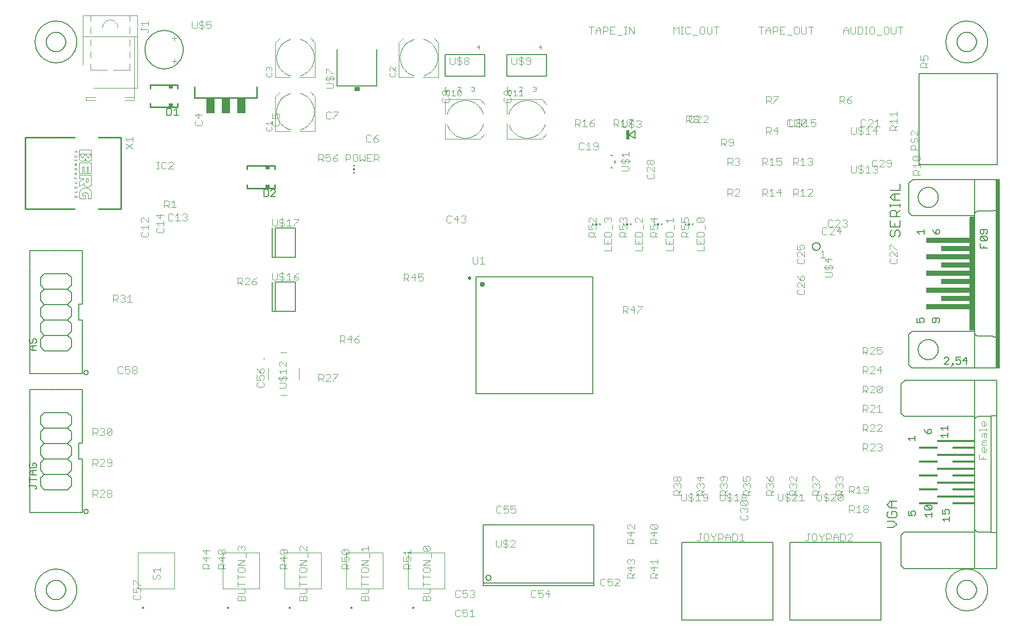
<source format=gto>
G75*
%MOIN*%
%OFA0B0*%
%FSLAX24Y24*%
%IPPOS*%
%LPD*%
%AMOC8*
5,1,8,0,0,1.08239X$1,22.5*
%
%ADD10C,0.0040*%
%ADD11C,0.0080*%
%ADD12C,0.0100*%
%ADD13C,0.0020*%
%ADD14C,0.0010*%
%ADD15C,0.0039*%
%ADD16C,0.0060*%
%ADD17C,0.0070*%
%ADD18C,0.0050*%
%ADD19R,0.2402X0.0157*%
%ADD20R,0.1417X0.0157*%
%ADD21R,0.1220X0.0157*%
%ADD22R,0.0300X0.7300*%
%ADD23R,0.0200X1.2200*%
%ADD24R,0.2850X0.0320*%
%ADD25R,0.1850X0.0320*%
%ADD26C,0.0120*%
%ADD27R,0.0560X0.0980*%
%ADD28C,0.0030*%
%ADD29R,0.0295X0.0197*%
%ADD30R,0.0340X0.0300*%
%ADD31R,0.0240X0.0620*%
%ADD32C,0.0079*%
%ADD33R,0.0059X0.0118*%
%ADD34R,0.0118X0.0118*%
%ADD35R,0.0118X0.0059*%
D10*
X007166Y001966D02*
X007242Y001889D01*
X007549Y001889D01*
X007626Y001966D01*
X007626Y002119D01*
X007549Y002196D01*
X007549Y002349D02*
X007626Y002426D01*
X007626Y002579D01*
X007549Y002656D01*
X007396Y002656D01*
X007319Y002579D01*
X007319Y002503D01*
X007396Y002349D01*
X007166Y002349D01*
X007166Y002656D01*
X007166Y002810D02*
X007166Y003117D01*
X007242Y003117D01*
X007549Y002810D01*
X007626Y002810D01*
X008416Y003268D02*
X008492Y003191D01*
X008569Y003191D01*
X008646Y003268D01*
X008646Y003422D01*
X008723Y003498D01*
X008799Y003498D01*
X008876Y003422D01*
X008876Y003268D01*
X008799Y003191D01*
X008416Y003268D02*
X008416Y003422D01*
X008492Y003498D01*
X008569Y003652D02*
X008416Y003805D01*
X008876Y003805D01*
X008876Y003652D02*
X008876Y003959D01*
X007242Y002196D02*
X007166Y002119D01*
X007166Y001966D01*
X011666Y003889D02*
X011666Y004119D01*
X011742Y004196D01*
X011896Y004196D01*
X011973Y004119D01*
X011973Y003889D01*
X012126Y003889D02*
X011666Y003889D01*
X011973Y004042D02*
X012126Y004196D01*
X011896Y004349D02*
X011896Y004656D01*
X011896Y004810D02*
X011666Y005040D01*
X012126Y005040D01*
X011896Y005117D02*
X011896Y004810D01*
X012126Y004579D02*
X011666Y004579D01*
X011896Y004349D01*
X012666Y004119D02*
X012666Y003889D01*
X013126Y003889D01*
X012973Y003889D02*
X012973Y004119D01*
X012896Y004196D01*
X012742Y004196D01*
X012666Y004119D01*
X012973Y004042D02*
X013126Y004196D01*
X012896Y004349D02*
X012896Y004656D01*
X012973Y004810D02*
X012896Y004886D01*
X012896Y005040D01*
X012973Y005117D01*
X013049Y005117D01*
X013126Y005040D01*
X013126Y004886D01*
X013049Y004810D01*
X012973Y004810D01*
X012896Y004886D02*
X012819Y004810D01*
X012742Y004810D01*
X012666Y004886D01*
X012666Y005040D01*
X012742Y005117D01*
X012819Y005117D01*
X012896Y005040D01*
X013126Y004579D02*
X012666Y004579D01*
X012896Y004349D01*
X013916Y004419D02*
X014376Y004419D01*
X013916Y004112D01*
X014376Y004112D01*
X014299Y003959D02*
X013992Y003959D01*
X013916Y003882D01*
X013916Y003729D01*
X013992Y003652D01*
X014299Y003652D01*
X014376Y003729D01*
X014376Y003882D01*
X014299Y003959D01*
X013916Y003498D02*
X013916Y003191D01*
X013916Y003038D02*
X013916Y002731D01*
X013916Y002578D02*
X014299Y002578D01*
X014376Y002501D01*
X014376Y002347D01*
X014299Y002271D01*
X013916Y002271D01*
X013992Y002117D02*
X014069Y002117D01*
X014146Y002041D01*
X014146Y001810D01*
X014376Y001810D02*
X014376Y002041D01*
X014299Y002117D01*
X014223Y002117D01*
X014146Y002041D01*
X013992Y002117D02*
X013916Y002041D01*
X013916Y001810D01*
X014376Y001810D01*
X014376Y002885D02*
X013916Y002885D01*
X013916Y003345D02*
X014376Y003345D01*
X014453Y004573D02*
X014453Y004880D01*
X014299Y005033D02*
X014376Y005110D01*
X014376Y005263D01*
X014299Y005340D01*
X014223Y005340D01*
X014146Y005263D01*
X014146Y005187D01*
X014146Y005263D02*
X014069Y005340D01*
X013992Y005340D01*
X013916Y005263D01*
X013916Y005110D01*
X013992Y005033D01*
X016666Y005040D02*
X016666Y004886D01*
X016742Y004810D01*
X016819Y004810D01*
X016896Y004886D01*
X016896Y005117D01*
X017049Y005117D02*
X016742Y005117D01*
X016666Y005040D01*
X017049Y005117D02*
X017126Y005040D01*
X017126Y004886D01*
X017049Y004810D01*
X016896Y004656D02*
X016896Y004349D01*
X016666Y004579D01*
X017126Y004579D01*
X017126Y004196D02*
X016973Y004042D01*
X016973Y004119D02*
X016973Y003889D01*
X017126Y003889D02*
X016666Y003889D01*
X016666Y004119D01*
X016742Y004196D01*
X016896Y004196D01*
X016973Y004119D01*
X017916Y004112D02*
X018376Y004419D01*
X017916Y004419D01*
X017916Y004112D02*
X018376Y004112D01*
X018299Y003959D02*
X017992Y003959D01*
X017916Y003882D01*
X017916Y003729D01*
X017992Y003652D01*
X018299Y003652D01*
X018376Y003729D01*
X018376Y003882D01*
X018299Y003959D01*
X017916Y003498D02*
X017916Y003191D01*
X017916Y003038D02*
X017916Y002731D01*
X017916Y002578D02*
X018299Y002578D01*
X018376Y002501D01*
X018376Y002347D01*
X018299Y002271D01*
X017916Y002271D01*
X017992Y002117D02*
X018069Y002117D01*
X018146Y002041D01*
X018146Y001810D01*
X018376Y001810D02*
X018376Y002041D01*
X018299Y002117D01*
X018223Y002117D01*
X018146Y002041D01*
X017992Y002117D02*
X017916Y002041D01*
X017916Y001810D01*
X018376Y001810D01*
X018376Y002885D02*
X017916Y002885D01*
X017916Y003345D02*
X018376Y003345D01*
X018453Y004573D02*
X018453Y004880D01*
X018376Y005033D02*
X018069Y005340D01*
X017992Y005340D01*
X017916Y005263D01*
X017916Y005110D01*
X017992Y005033D01*
X018376Y005033D02*
X018376Y005340D01*
X020666Y005040D02*
X020742Y005117D01*
X021049Y004810D01*
X021126Y004886D01*
X021126Y005040D01*
X021049Y005117D01*
X020742Y005117D01*
X020666Y005040D02*
X020666Y004886D01*
X020742Y004810D01*
X021049Y004810D01*
X021049Y004656D02*
X021126Y004579D01*
X021126Y004426D01*
X021049Y004349D01*
X020896Y004349D02*
X020819Y004503D01*
X020819Y004579D01*
X020896Y004656D01*
X021049Y004656D01*
X020896Y004349D02*
X020666Y004349D01*
X020666Y004656D01*
X020742Y004196D02*
X020896Y004196D01*
X020973Y004119D01*
X020973Y003889D01*
X021126Y003889D02*
X020666Y003889D01*
X020666Y004119D01*
X020742Y004196D01*
X020973Y004042D02*
X021126Y004196D01*
X021916Y004112D02*
X022376Y004419D01*
X021916Y004419D01*
X021916Y004112D02*
X022376Y004112D01*
X022299Y003959D02*
X021992Y003959D01*
X021916Y003882D01*
X021916Y003729D01*
X021992Y003652D01*
X022299Y003652D01*
X022376Y003729D01*
X022376Y003882D01*
X022299Y003959D01*
X021916Y003498D02*
X021916Y003191D01*
X021916Y003038D02*
X021916Y002731D01*
X021916Y002578D02*
X022299Y002578D01*
X022376Y002501D01*
X022376Y002347D01*
X022299Y002271D01*
X021916Y002271D01*
X021992Y002117D02*
X022069Y002117D01*
X022146Y002041D01*
X022146Y001810D01*
X022376Y001810D02*
X022376Y002041D01*
X022299Y002117D01*
X022223Y002117D01*
X022146Y002041D01*
X021992Y002117D02*
X021916Y002041D01*
X021916Y001810D01*
X022376Y001810D01*
X022376Y002885D02*
X021916Y002885D01*
X021916Y003345D02*
X022376Y003345D01*
X022453Y004573D02*
X022453Y004880D01*
X022376Y005033D02*
X022376Y005340D01*
X022376Y005187D02*
X021916Y005187D01*
X022069Y005033D01*
X024666Y004963D02*
X025126Y004963D01*
X025126Y004810D02*
X025126Y005117D01*
X024819Y004810D02*
X024666Y004963D01*
X024666Y004656D02*
X024666Y004349D01*
X024896Y004349D01*
X024819Y004503D01*
X024819Y004579D01*
X024896Y004656D01*
X025049Y004656D01*
X025126Y004579D01*
X025126Y004426D01*
X025049Y004349D01*
X025126Y004196D02*
X024973Y004042D01*
X024973Y004119D02*
X024973Y003889D01*
X025126Y003889D02*
X024666Y003889D01*
X024666Y004119D01*
X024742Y004196D01*
X024896Y004196D01*
X024973Y004119D01*
X025916Y004112D02*
X026376Y004419D01*
X025916Y004419D01*
X025916Y004112D02*
X026376Y004112D01*
X026299Y003959D02*
X025992Y003959D01*
X025916Y003882D01*
X025916Y003729D01*
X025992Y003652D01*
X026299Y003652D01*
X026376Y003729D01*
X026376Y003882D01*
X026299Y003959D01*
X025916Y003498D02*
X025916Y003191D01*
X025916Y003038D02*
X025916Y002731D01*
X025916Y002578D02*
X026299Y002578D01*
X026376Y002501D01*
X026376Y002347D01*
X026299Y002271D01*
X025916Y002271D01*
X025992Y002117D02*
X026069Y002117D01*
X026146Y002041D01*
X026146Y001810D01*
X026376Y001810D02*
X025916Y001810D01*
X025916Y002041D01*
X025992Y002117D01*
X026146Y002041D02*
X026223Y002117D01*
X026299Y002117D01*
X026376Y002041D01*
X026376Y001810D01*
X028035Y002097D02*
X028035Y002404D01*
X028112Y002480D01*
X028265Y002480D01*
X028342Y002404D01*
X028495Y002480D02*
X028495Y002250D01*
X028649Y002327D01*
X028725Y002327D01*
X028802Y002250D01*
X028802Y002097D01*
X028725Y002020D01*
X028572Y002020D01*
X028495Y002097D01*
X028342Y002097D02*
X028265Y002020D01*
X028112Y002020D01*
X028035Y002097D01*
X028495Y002480D02*
X028802Y002480D01*
X028956Y002404D02*
X029032Y002480D01*
X029186Y002480D01*
X029263Y002404D01*
X029263Y002327D01*
X029186Y002250D01*
X029263Y002173D01*
X029263Y002097D01*
X029186Y002020D01*
X029032Y002020D01*
X028956Y002097D01*
X029109Y002250D02*
X029186Y002250D01*
X029109Y001230D02*
X029109Y000770D01*
X028956Y000770D02*
X029263Y000770D01*
X028956Y001077D02*
X029109Y001230D01*
X028802Y001230D02*
X028495Y001230D01*
X028495Y001000D01*
X028649Y001077D01*
X028725Y001077D01*
X028802Y001000D01*
X028802Y000847D01*
X028725Y000770D01*
X028572Y000770D01*
X028495Y000847D01*
X028342Y000847D02*
X028265Y000770D01*
X028112Y000770D01*
X028035Y000847D01*
X028035Y001154D01*
X028112Y001230D01*
X028265Y001230D01*
X028342Y001154D01*
X026376Y002885D02*
X025916Y002885D01*
X025916Y003345D02*
X026376Y003345D01*
X026453Y004573D02*
X026453Y004880D01*
X026299Y005033D02*
X026376Y005110D01*
X026376Y005263D01*
X026299Y005340D01*
X025992Y005340D01*
X026299Y005033D01*
X025992Y005033D01*
X025916Y005110D01*
X025916Y005263D01*
X025992Y005340D01*
X030666Y005347D02*
X030743Y005270D01*
X030896Y005270D01*
X030973Y005347D01*
X030973Y005730D01*
X031126Y005654D02*
X031203Y005730D01*
X031357Y005730D01*
X031433Y005654D01*
X031587Y005654D02*
X031664Y005730D01*
X031817Y005730D01*
X031894Y005654D01*
X031894Y005577D01*
X031587Y005270D01*
X031894Y005270D01*
X031433Y005347D02*
X031433Y005423D01*
X031357Y005500D01*
X031203Y005500D01*
X031126Y005577D01*
X031126Y005654D01*
X031280Y005807D02*
X031280Y005193D01*
X031357Y005270D02*
X031433Y005347D01*
X031357Y005270D02*
X031203Y005270D01*
X031126Y005347D01*
X030666Y005347D02*
X030666Y005730D01*
X030757Y007490D02*
X030911Y007490D01*
X030987Y007567D01*
X031141Y007567D02*
X031218Y007490D01*
X031371Y007490D01*
X031448Y007567D01*
X031448Y007721D01*
X031371Y007797D01*
X031294Y007797D01*
X031141Y007721D01*
X031141Y007951D01*
X031448Y007951D01*
X031601Y007951D02*
X031601Y007721D01*
X031755Y007797D01*
X031832Y007797D01*
X031908Y007721D01*
X031908Y007567D01*
X031832Y007490D01*
X031678Y007490D01*
X031601Y007567D01*
X031601Y007951D02*
X031908Y007951D01*
X030987Y007874D02*
X030911Y007951D01*
X030757Y007951D01*
X030681Y007874D01*
X030681Y007567D01*
X030757Y007490D01*
X037416Y003154D02*
X037493Y003230D01*
X037646Y003230D01*
X037723Y003154D01*
X037876Y003230D02*
X037876Y003000D01*
X038030Y003077D01*
X038107Y003077D01*
X038183Y003000D01*
X038183Y002847D01*
X038107Y002770D01*
X037953Y002770D01*
X037876Y002847D01*
X037723Y002847D02*
X037646Y002770D01*
X037493Y002770D01*
X037416Y002847D01*
X037416Y003154D01*
X037876Y003230D02*
X038183Y003230D01*
X038337Y003154D02*
X038414Y003230D01*
X038567Y003230D01*
X038644Y003154D01*
X038644Y003077D01*
X038337Y002770D01*
X038644Y002770D01*
X039166Y003270D02*
X039166Y003500D01*
X039242Y003577D01*
X039396Y003577D01*
X039473Y003500D01*
X039473Y003270D01*
X039626Y003270D02*
X039166Y003270D01*
X039473Y003423D02*
X039626Y003577D01*
X039396Y003730D02*
X039396Y004037D01*
X039549Y004191D02*
X039626Y004268D01*
X039626Y004421D01*
X039549Y004498D01*
X039473Y004498D01*
X039396Y004421D01*
X039396Y004344D01*
X039396Y004421D02*
X039319Y004498D01*
X039242Y004498D01*
X039166Y004421D01*
X039166Y004268D01*
X039242Y004191D01*
X039166Y003961D02*
X039396Y003730D01*
X039626Y003961D02*
X039166Y003961D01*
X040666Y003961D02*
X040896Y003730D01*
X040896Y004037D01*
X040819Y004191D02*
X040666Y004344D01*
X041126Y004344D01*
X041126Y004191D02*
X041126Y004498D01*
X041126Y003961D02*
X040666Y003961D01*
X040742Y003577D02*
X040896Y003577D01*
X040973Y003500D01*
X040973Y003270D01*
X041126Y003270D02*
X040666Y003270D01*
X040666Y003500D01*
X040742Y003577D01*
X040973Y003423D02*
X041126Y003577D01*
X041126Y005520D02*
X040666Y005520D01*
X040666Y005750D01*
X040742Y005827D01*
X040896Y005827D01*
X040973Y005750D01*
X040973Y005520D01*
X040973Y005673D02*
X041126Y005827D01*
X040896Y005980D02*
X040896Y006287D01*
X041049Y006441D02*
X040742Y006748D01*
X041049Y006748D01*
X041126Y006671D01*
X041126Y006518D01*
X041049Y006441D01*
X040742Y006441D01*
X040666Y006518D01*
X040666Y006671D01*
X040742Y006748D01*
X040666Y006211D02*
X040896Y005980D01*
X041126Y006211D02*
X040666Y006211D01*
X039626Y006211D02*
X039166Y006211D01*
X039396Y005980D01*
X039396Y006287D01*
X039242Y006441D02*
X039166Y006518D01*
X039166Y006671D01*
X039242Y006748D01*
X039319Y006748D01*
X039626Y006441D01*
X039626Y006748D01*
X039626Y005827D02*
X039473Y005673D01*
X039473Y005750D02*
X039473Y005520D01*
X039626Y005520D02*
X039166Y005520D01*
X039166Y005750D01*
X039242Y005827D01*
X039396Y005827D01*
X039473Y005750D01*
X042666Y008347D02*
X042743Y008270D01*
X042896Y008270D01*
X042973Y008347D01*
X042973Y008730D01*
X043126Y008654D02*
X043203Y008730D01*
X043357Y008730D01*
X043433Y008654D01*
X043357Y008500D02*
X043203Y008500D01*
X043126Y008577D01*
X043126Y008654D01*
X043280Y008807D02*
X043280Y008193D01*
X043357Y008270D02*
X043433Y008347D01*
X043433Y008423D01*
X043357Y008500D01*
X043357Y008270D02*
X043203Y008270D01*
X043126Y008347D01*
X042666Y008347D02*
X042666Y008730D01*
X042626Y008639D02*
X042166Y008639D01*
X042166Y008869D01*
X042242Y008946D01*
X042396Y008946D01*
X042473Y008869D01*
X042473Y008639D01*
X042473Y008792D02*
X042626Y008946D01*
X042549Y009099D02*
X042626Y009176D01*
X042626Y009329D01*
X042549Y009406D01*
X042473Y009406D01*
X042396Y009329D01*
X042396Y009253D01*
X042396Y009329D02*
X042319Y009406D01*
X042242Y009406D01*
X042166Y009329D01*
X042166Y009176D01*
X042242Y009099D01*
X042242Y009560D02*
X042319Y009560D01*
X042396Y009636D01*
X042396Y009790D01*
X042473Y009867D01*
X042549Y009867D01*
X042626Y009790D01*
X042626Y009636D01*
X042549Y009560D01*
X042473Y009560D01*
X042396Y009636D01*
X042396Y009790D02*
X042319Y009867D01*
X042242Y009867D01*
X042166Y009790D01*
X042166Y009636D01*
X042242Y009560D01*
X043666Y009790D02*
X043896Y009560D01*
X043896Y009867D01*
X044126Y009790D02*
X043666Y009790D01*
X043742Y009406D02*
X043819Y009406D01*
X043896Y009329D01*
X043973Y009406D01*
X044049Y009406D01*
X044126Y009329D01*
X044126Y009176D01*
X044049Y009099D01*
X044126Y008946D02*
X043973Y008792D01*
X043973Y008869D02*
X043973Y008639D01*
X044047Y008654D02*
X044047Y008577D01*
X044124Y008500D01*
X044354Y008500D01*
X044354Y008347D02*
X044354Y008654D01*
X044277Y008730D01*
X044124Y008730D01*
X044047Y008654D01*
X044126Y008639D02*
X043666Y008639D01*
X043666Y008869D01*
X043742Y008946D01*
X043896Y008946D01*
X043973Y008869D01*
X043740Y008730D02*
X043740Y008270D01*
X043587Y008270D02*
X043894Y008270D01*
X044047Y008347D02*
X044124Y008270D01*
X044277Y008270D01*
X044354Y008347D01*
X043740Y008730D02*
X043587Y008577D01*
X043742Y009099D02*
X043666Y009176D01*
X043666Y009329D01*
X043742Y009406D01*
X043896Y009329D02*
X043896Y009253D01*
X045166Y009176D02*
X045166Y009329D01*
X045242Y009406D01*
X045319Y009406D01*
X045396Y009329D01*
X045473Y009406D01*
X045549Y009406D01*
X045626Y009329D01*
X045626Y009176D01*
X045549Y009099D01*
X045626Y008946D02*
X045473Y008792D01*
X045473Y008730D02*
X045473Y008347D01*
X045396Y008270D01*
X045243Y008270D01*
X045166Y008347D01*
X045166Y008730D01*
X045166Y008639D02*
X045166Y008869D01*
X045242Y008946D01*
X045396Y008946D01*
X045473Y008869D01*
X045473Y008639D01*
X045626Y008639D02*
X045166Y008639D01*
X045626Y008654D02*
X045703Y008730D01*
X045857Y008730D01*
X045933Y008654D01*
X045857Y008500D02*
X045703Y008500D01*
X045626Y008577D01*
X045626Y008654D01*
X045780Y008807D02*
X045780Y008193D01*
X045857Y008270D02*
X045933Y008347D01*
X045933Y008423D01*
X045857Y008500D01*
X045857Y008270D02*
X045703Y008270D01*
X045626Y008347D01*
X046087Y008270D02*
X046394Y008270D01*
X046483Y008206D02*
X046559Y008283D01*
X046866Y007976D01*
X046943Y008053D01*
X046943Y008206D01*
X046866Y008283D01*
X046559Y008283D01*
X046547Y008347D02*
X046547Y008423D01*
X046624Y008500D01*
X046777Y008500D01*
X046854Y008423D01*
X046854Y008347D01*
X046777Y008270D01*
X046624Y008270D01*
X046547Y008347D01*
X046483Y008206D02*
X046483Y008053D01*
X046559Y007976D01*
X046866Y007976D01*
X046866Y007823D02*
X046943Y007746D01*
X046943Y007593D01*
X046866Y007516D01*
X046866Y007362D02*
X046943Y007286D01*
X046943Y007132D01*
X046866Y007055D01*
X046559Y007055D01*
X046483Y007132D01*
X046483Y007286D01*
X046559Y007362D01*
X046559Y007516D02*
X046483Y007593D01*
X046483Y007746D01*
X046559Y007823D01*
X046636Y007823D01*
X046713Y007746D01*
X046790Y007823D01*
X046866Y007823D01*
X046713Y007746D02*
X046713Y007669D01*
X046240Y008270D02*
X046240Y008730D01*
X046087Y008577D01*
X046547Y008577D02*
X046547Y008654D01*
X046624Y008730D01*
X046777Y008730D01*
X046854Y008654D01*
X046854Y008577D01*
X046777Y008500D01*
X046624Y008500D02*
X046547Y008577D01*
X046666Y008639D02*
X046666Y008869D01*
X046742Y008946D01*
X046896Y008946D01*
X046973Y008869D01*
X046973Y008639D01*
X047126Y008639D02*
X046666Y008639D01*
X046973Y008792D02*
X047126Y008946D01*
X047049Y009099D02*
X047126Y009176D01*
X047126Y009329D01*
X047049Y009406D01*
X046973Y009406D01*
X046896Y009329D01*
X046896Y009253D01*
X046896Y009329D02*
X046819Y009406D01*
X046742Y009406D01*
X046666Y009329D01*
X046666Y009176D01*
X046742Y009099D01*
X046666Y009560D02*
X046896Y009560D01*
X046819Y009713D01*
X046819Y009790D01*
X046896Y009867D01*
X047049Y009867D01*
X047126Y009790D01*
X047126Y009636D01*
X047049Y009560D01*
X046666Y009560D02*
X046666Y009867D01*
X045626Y009790D02*
X045549Y009867D01*
X045242Y009867D01*
X045166Y009790D01*
X045166Y009636D01*
X045242Y009560D01*
X045319Y009560D01*
X045396Y009636D01*
X045396Y009867D01*
X045626Y009790D02*
X045626Y009636D01*
X045549Y009560D01*
X045396Y009329D02*
X045396Y009253D01*
X045242Y009099D02*
X045166Y009176D01*
X048166Y009176D02*
X048166Y009329D01*
X048242Y009406D01*
X048319Y009406D01*
X048396Y009329D01*
X048473Y009406D01*
X048549Y009406D01*
X048626Y009329D01*
X048626Y009176D01*
X048549Y009099D01*
X048626Y008946D02*
X048473Y008792D01*
X048473Y008869D02*
X048473Y008639D01*
X048626Y008639D02*
X048166Y008639D01*
X048166Y008869D01*
X048242Y008946D01*
X048396Y008946D01*
X048473Y008869D01*
X048242Y009099D02*
X048166Y009176D01*
X048396Y009253D02*
X048396Y009329D01*
X048396Y009560D02*
X048396Y009790D01*
X048473Y009867D01*
X048549Y009867D01*
X048626Y009790D01*
X048626Y009636D01*
X048549Y009560D01*
X048396Y009560D01*
X048242Y009713D01*
X048166Y009867D01*
X049666Y009790D02*
X049666Y009636D01*
X049742Y009560D01*
X049742Y009406D02*
X049819Y009406D01*
X049896Y009329D01*
X049973Y009406D01*
X050049Y009406D01*
X050126Y009329D01*
X050126Y009176D01*
X050049Y009099D01*
X050126Y008946D02*
X049973Y008792D01*
X049973Y008869D02*
X049973Y008639D01*
X049914Y008730D02*
X049837Y008654D01*
X049914Y008730D02*
X050067Y008730D01*
X050144Y008654D01*
X050144Y008577D01*
X049837Y008270D01*
X050144Y008270D01*
X050297Y008270D02*
X050604Y008270D01*
X050451Y008270D02*
X050451Y008730D01*
X050297Y008577D01*
X050126Y008639D02*
X049666Y008639D01*
X049666Y008869D01*
X049742Y008946D01*
X049896Y008946D01*
X049973Y008869D01*
X049742Y009099D02*
X049666Y009176D01*
X049666Y009329D01*
X049742Y009406D01*
X049896Y009329D02*
X049896Y009253D01*
X050126Y009560D02*
X049819Y009867D01*
X049742Y009867D01*
X049666Y009790D01*
X050126Y009867D02*
X050126Y009560D01*
X049530Y008807D02*
X049530Y008193D01*
X049607Y008270D02*
X049683Y008347D01*
X049683Y008423D01*
X049607Y008500D01*
X049453Y008500D01*
X049376Y008577D01*
X049376Y008654D01*
X049453Y008730D01*
X049607Y008730D01*
X049683Y008654D01*
X049607Y008270D02*
X049453Y008270D01*
X049376Y008347D01*
X049223Y008347D02*
X049223Y008730D01*
X048916Y008730D02*
X048916Y008347D01*
X048993Y008270D01*
X049146Y008270D01*
X049223Y008347D01*
X051166Y008639D02*
X051166Y008869D01*
X051242Y008946D01*
X051396Y008946D01*
X051473Y008869D01*
X051473Y008639D01*
X051416Y008730D02*
X051416Y008347D01*
X051493Y008270D01*
X051646Y008270D01*
X051723Y008347D01*
X051723Y008730D01*
X051626Y008639D02*
X051166Y008639D01*
X051473Y008792D02*
X051626Y008946D01*
X051549Y009099D02*
X051626Y009176D01*
X051626Y009329D01*
X051549Y009406D01*
X051473Y009406D01*
X051396Y009329D01*
X051396Y009253D01*
X051396Y009329D02*
X051319Y009406D01*
X051242Y009406D01*
X051166Y009329D01*
X051166Y009176D01*
X051242Y009099D01*
X051166Y009560D02*
X051166Y009867D01*
X051242Y009867D01*
X051549Y009560D01*
X051626Y009560D01*
X052030Y008807D02*
X052030Y008193D01*
X052107Y008270D02*
X052183Y008347D01*
X052183Y008423D01*
X052107Y008500D01*
X051953Y008500D01*
X051876Y008577D01*
X051876Y008654D01*
X051953Y008730D01*
X052107Y008730D01*
X052183Y008654D01*
X052337Y008654D02*
X052414Y008730D01*
X052567Y008730D01*
X052644Y008654D01*
X052644Y008577D01*
X052337Y008270D01*
X052644Y008270D01*
X052797Y008347D02*
X053104Y008654D01*
X053104Y008347D01*
X053027Y008270D01*
X052874Y008270D01*
X052797Y008347D01*
X052797Y008654D01*
X052874Y008730D01*
X053027Y008730D01*
X053104Y008654D01*
X053126Y008639D02*
X052666Y008639D01*
X052666Y008869D01*
X052742Y008946D01*
X052896Y008946D01*
X052973Y008869D01*
X052973Y008639D01*
X052973Y008792D02*
X053126Y008946D01*
X053049Y009099D02*
X053126Y009176D01*
X053126Y009329D01*
X053049Y009406D01*
X052973Y009406D01*
X052896Y009329D01*
X052896Y009253D01*
X052896Y009329D02*
X052819Y009406D01*
X052742Y009406D01*
X052666Y009329D01*
X052666Y009176D01*
X052742Y009099D01*
X052742Y009560D02*
X052666Y009636D01*
X052666Y009790D01*
X052742Y009867D01*
X052819Y009867D01*
X052896Y009790D01*
X052973Y009867D01*
X053049Y009867D01*
X053126Y009790D01*
X053126Y009636D01*
X053049Y009560D01*
X052896Y009713D02*
X052896Y009790D01*
X053535Y009230D02*
X053765Y009230D01*
X053842Y009154D01*
X053842Y009000D01*
X053765Y008923D01*
X053535Y008923D01*
X053535Y008770D02*
X053535Y009230D01*
X053688Y008923D02*
X053842Y008770D01*
X053995Y008770D02*
X054302Y008770D01*
X054149Y008770D02*
X054149Y009230D01*
X053995Y009077D01*
X054456Y009077D02*
X054532Y009000D01*
X054763Y009000D01*
X054763Y008847D02*
X054763Y009154D01*
X054686Y009230D01*
X054532Y009230D01*
X054456Y009154D01*
X054456Y009077D01*
X054456Y008847D02*
X054532Y008770D01*
X054686Y008770D01*
X054763Y008847D01*
X054686Y007980D02*
X054532Y007980D01*
X054456Y007904D01*
X054456Y007827D01*
X054532Y007750D01*
X054686Y007750D01*
X054763Y007673D01*
X054763Y007597D01*
X054686Y007520D01*
X054532Y007520D01*
X054456Y007597D01*
X054456Y007673D01*
X054532Y007750D01*
X054686Y007750D02*
X054763Y007827D01*
X054763Y007904D01*
X054686Y007980D01*
X054149Y007980D02*
X054149Y007520D01*
X054302Y007520D02*
X053995Y007520D01*
X053842Y007520D02*
X053688Y007673D01*
X053765Y007673D02*
X053535Y007673D01*
X053535Y007520D02*
X053535Y007980D01*
X053765Y007980D01*
X053842Y007904D01*
X053842Y007750D01*
X053765Y007673D01*
X053995Y007827D02*
X054149Y007980D01*
X052107Y008270D02*
X051953Y008270D01*
X051876Y008347D01*
X051894Y006138D02*
X051894Y006061D01*
X051740Y005908D01*
X051740Y005677D01*
X051740Y005908D02*
X051587Y006061D01*
X051587Y006138D01*
X051433Y006061D02*
X051357Y006138D01*
X051203Y006138D01*
X051126Y006061D01*
X051126Y005754D01*
X051203Y005677D01*
X051357Y005677D01*
X051433Y005754D01*
X051433Y006061D01*
X050973Y006138D02*
X050820Y006138D01*
X050896Y006138D02*
X050896Y005754D01*
X050820Y005677D01*
X050743Y005677D01*
X050666Y005754D01*
X052047Y005677D02*
X052047Y006138D01*
X052277Y006138D01*
X052354Y006061D01*
X052354Y005908D01*
X052277Y005831D01*
X052047Y005831D01*
X052508Y005908D02*
X052815Y005908D01*
X052815Y005984D02*
X052815Y005677D01*
X052968Y005677D02*
X053198Y005677D01*
X053275Y005754D01*
X053275Y006061D01*
X053198Y006138D01*
X052968Y006138D01*
X052968Y005677D01*
X052815Y005984D02*
X052661Y006138D01*
X052508Y005984D01*
X052508Y005677D01*
X053428Y005677D02*
X053735Y005984D01*
X053735Y006061D01*
X053659Y006138D01*
X053505Y006138D01*
X053428Y006061D01*
X053428Y005677D02*
X053735Y005677D01*
X046735Y005677D02*
X046428Y005677D01*
X046582Y005677D02*
X046582Y006138D01*
X046428Y005984D01*
X046275Y006061D02*
X046275Y005754D01*
X046198Y005677D01*
X045968Y005677D01*
X045968Y006138D01*
X046198Y006138D01*
X046275Y006061D01*
X045815Y005984D02*
X045815Y005677D01*
X045815Y005908D02*
X045508Y005908D01*
X045508Y005984D02*
X045661Y006138D01*
X045815Y005984D01*
X045508Y005984D02*
X045508Y005677D01*
X045277Y005831D02*
X045047Y005831D01*
X045047Y005677D02*
X045047Y006138D01*
X045277Y006138D01*
X045354Y006061D01*
X045354Y005908D01*
X045277Y005831D01*
X044894Y006061D02*
X044894Y006138D01*
X044894Y006061D02*
X044740Y005908D01*
X044740Y005677D01*
X044740Y005908D02*
X044587Y006061D01*
X044587Y006138D01*
X044433Y006061D02*
X044357Y006138D01*
X044203Y006138D01*
X044126Y006061D01*
X044126Y005754D01*
X044203Y005677D01*
X044357Y005677D01*
X044433Y005754D01*
X044433Y006061D01*
X043973Y006138D02*
X043820Y006138D01*
X043896Y006138D02*
X043896Y005754D01*
X043820Y005677D01*
X043743Y005677D01*
X043666Y005754D01*
X034067Y002480D02*
X033837Y002250D01*
X034144Y002250D01*
X034067Y002020D02*
X034067Y002480D01*
X033683Y002480D02*
X033376Y002480D01*
X033376Y002250D01*
X033530Y002327D01*
X033607Y002327D01*
X033683Y002250D01*
X033683Y002097D01*
X033607Y002020D01*
X033453Y002020D01*
X033376Y002097D01*
X033223Y002097D02*
X033146Y002020D01*
X032993Y002020D01*
X032916Y002097D01*
X032916Y002404D01*
X032993Y002480D01*
X033146Y002480D01*
X033223Y002404D01*
X054416Y011520D02*
X054416Y011980D01*
X054646Y011980D01*
X054723Y011904D01*
X054723Y011750D01*
X054646Y011673D01*
X054416Y011673D01*
X054570Y011673D02*
X054723Y011520D01*
X054876Y011520D02*
X055183Y011827D01*
X055183Y011904D01*
X055107Y011980D01*
X054953Y011980D01*
X054876Y011904D01*
X054876Y011520D02*
X055183Y011520D01*
X055337Y011597D02*
X055414Y011520D01*
X055567Y011520D01*
X055644Y011597D01*
X055644Y011673D01*
X055567Y011750D01*
X055490Y011750D01*
X055567Y011750D02*
X055644Y011827D01*
X055644Y011904D01*
X055567Y011980D01*
X055414Y011980D01*
X055337Y011904D01*
X055337Y012770D02*
X055644Y013077D01*
X055644Y013154D01*
X055567Y013230D01*
X055414Y013230D01*
X055337Y013154D01*
X055183Y013154D02*
X055107Y013230D01*
X054953Y013230D01*
X054876Y013154D01*
X054723Y013154D02*
X054723Y013000D01*
X054646Y012923D01*
X054416Y012923D01*
X054416Y012770D02*
X054416Y013230D01*
X054646Y013230D01*
X054723Y013154D01*
X054570Y012923D02*
X054723Y012770D01*
X054876Y012770D02*
X055183Y013077D01*
X055183Y013154D01*
X055183Y012770D02*
X054876Y012770D01*
X055337Y012770D02*
X055644Y012770D01*
X055644Y014020D02*
X055337Y014020D01*
X055490Y014020D02*
X055490Y014480D01*
X055337Y014327D01*
X055183Y014327D02*
X055183Y014404D01*
X055107Y014480D01*
X054953Y014480D01*
X054876Y014404D01*
X054723Y014404D02*
X054723Y014250D01*
X054646Y014173D01*
X054416Y014173D01*
X054416Y014020D02*
X054416Y014480D01*
X054646Y014480D01*
X054723Y014404D01*
X054570Y014173D02*
X054723Y014020D01*
X054876Y014020D02*
X055183Y014327D01*
X055183Y014020D02*
X054876Y014020D01*
X054876Y015270D02*
X055183Y015577D01*
X055183Y015654D01*
X055107Y015730D01*
X054953Y015730D01*
X054876Y015654D01*
X054723Y015654D02*
X054723Y015500D01*
X054646Y015423D01*
X054416Y015423D01*
X054416Y015270D02*
X054416Y015730D01*
X054646Y015730D01*
X054723Y015654D01*
X054570Y015423D02*
X054723Y015270D01*
X054876Y015270D02*
X055183Y015270D01*
X055337Y015347D02*
X055644Y015654D01*
X055644Y015347D01*
X055567Y015270D01*
X055414Y015270D01*
X055337Y015347D01*
X055337Y015654D01*
X055414Y015730D01*
X055567Y015730D01*
X055644Y015654D01*
X055567Y016520D02*
X055567Y016980D01*
X055337Y016750D01*
X055644Y016750D01*
X055183Y016827D02*
X055183Y016904D01*
X055107Y016980D01*
X054953Y016980D01*
X054876Y016904D01*
X054723Y016904D02*
X054723Y016750D01*
X054646Y016673D01*
X054416Y016673D01*
X054416Y016520D02*
X054416Y016980D01*
X054646Y016980D01*
X054723Y016904D01*
X054570Y016673D02*
X054723Y016520D01*
X054876Y016520D02*
X055183Y016827D01*
X055183Y016520D02*
X054876Y016520D01*
X054876Y017770D02*
X055183Y018077D01*
X055183Y018154D01*
X055107Y018230D01*
X054953Y018230D01*
X054876Y018154D01*
X054723Y018154D02*
X054723Y018000D01*
X054646Y017923D01*
X054416Y017923D01*
X054416Y017770D02*
X054416Y018230D01*
X054646Y018230D01*
X054723Y018154D01*
X054570Y017923D02*
X054723Y017770D01*
X054876Y017770D02*
X055183Y017770D01*
X055337Y017847D02*
X055414Y017770D01*
X055567Y017770D01*
X055644Y017847D01*
X055644Y018000D01*
X055567Y018077D01*
X055490Y018077D01*
X055337Y018000D01*
X055337Y018230D01*
X055644Y018230D01*
X050626Y021716D02*
X050626Y021869D01*
X050549Y021946D01*
X050626Y022099D02*
X050319Y022406D01*
X050242Y022406D01*
X050166Y022329D01*
X050166Y022176D01*
X050242Y022099D01*
X050242Y021946D02*
X050166Y021869D01*
X050166Y021716D01*
X050242Y021639D01*
X050549Y021639D01*
X050626Y021716D01*
X050626Y022099D02*
X050626Y022406D01*
X050549Y022560D02*
X050626Y022636D01*
X050626Y022790D01*
X050549Y022867D01*
X050473Y022867D01*
X050396Y022790D01*
X050396Y022560D01*
X050549Y022560D01*
X050396Y022560D02*
X050242Y022713D01*
X050166Y022867D01*
X050242Y023639D02*
X050549Y023639D01*
X050626Y023716D01*
X050626Y023869D01*
X050549Y023946D01*
X050626Y024099D02*
X050319Y024406D01*
X050242Y024406D01*
X050166Y024329D01*
X050166Y024176D01*
X050242Y024099D01*
X050242Y023946D02*
X050166Y023869D01*
X050166Y023716D01*
X050242Y023639D01*
X050626Y024099D02*
X050626Y024406D01*
X050549Y024560D02*
X050626Y024636D01*
X050626Y024790D01*
X050549Y024867D01*
X050396Y024867D01*
X050319Y024790D01*
X050319Y024713D01*
X050396Y024560D01*
X050166Y024560D01*
X050166Y024867D01*
X051666Y024327D02*
X051820Y024480D01*
X051820Y024020D01*
X051973Y024020D02*
X051666Y024020D01*
X051963Y023934D02*
X052193Y023703D01*
X052193Y024010D01*
X052423Y023934D02*
X051963Y023934D01*
X052040Y023550D02*
X051963Y023473D01*
X051963Y023320D01*
X052040Y023243D01*
X052116Y023243D01*
X052193Y023320D01*
X052193Y023473D01*
X052270Y023550D01*
X052347Y023550D01*
X052423Y023473D01*
X052423Y023320D01*
X052347Y023243D01*
X052347Y023089D02*
X051963Y023089D01*
X051963Y022783D02*
X052347Y022783D01*
X052423Y022859D01*
X052423Y023013D01*
X052347Y023089D01*
X052500Y023396D02*
X051886Y023396D01*
X051862Y025520D02*
X052015Y025520D01*
X052092Y025597D01*
X052245Y025520D02*
X052552Y025827D01*
X052552Y025904D01*
X052475Y025980D01*
X052322Y025980D01*
X052245Y025904D01*
X052243Y026020D02*
X052396Y026020D01*
X052473Y026097D01*
X052626Y026020D02*
X052933Y026327D01*
X052933Y026404D01*
X052857Y026480D01*
X052703Y026480D01*
X052626Y026404D01*
X052473Y026404D02*
X052396Y026480D01*
X052243Y026480D01*
X052166Y026404D01*
X052166Y026097D01*
X052243Y026020D01*
X052092Y025904D02*
X052015Y025980D01*
X051862Y025980D01*
X051785Y025904D01*
X051785Y025597D01*
X051862Y025520D01*
X052245Y025520D02*
X052552Y025520D01*
X052706Y025750D02*
X053013Y025750D01*
X052936Y025520D02*
X052936Y025980D01*
X052706Y025750D01*
X052626Y026020D02*
X052933Y026020D01*
X053087Y026097D02*
X053164Y026020D01*
X053317Y026020D01*
X053394Y026097D01*
X053394Y026173D01*
X053317Y026250D01*
X053240Y026250D01*
X053317Y026250D02*
X053394Y026327D01*
X053394Y026404D01*
X053317Y026480D01*
X053164Y026480D01*
X053087Y026404D01*
X051144Y028020D02*
X050837Y028020D01*
X051144Y028327D01*
X051144Y028404D01*
X051067Y028480D01*
X050914Y028480D01*
X050837Y028404D01*
X050530Y028480D02*
X050530Y028020D01*
X050683Y028020D02*
X050376Y028020D01*
X050223Y028020D02*
X050070Y028173D01*
X050146Y028173D02*
X049916Y028173D01*
X049916Y028020D02*
X049916Y028480D01*
X050146Y028480D01*
X050223Y028404D01*
X050223Y028250D01*
X050146Y028173D01*
X050376Y028327D02*
X050530Y028480D01*
X049144Y028250D02*
X048837Y028250D01*
X049067Y028480D01*
X049067Y028020D01*
X048683Y028020D02*
X048376Y028020D01*
X048223Y028020D02*
X048070Y028173D01*
X048146Y028173D02*
X047916Y028173D01*
X047916Y028020D02*
X047916Y028480D01*
X048146Y028480D01*
X048223Y028404D01*
X048223Y028250D01*
X048146Y028173D01*
X048376Y028327D02*
X048530Y028480D01*
X048530Y028020D01*
X046433Y028020D02*
X046126Y028020D01*
X046433Y028327D01*
X046433Y028404D01*
X046357Y028480D01*
X046203Y028480D01*
X046126Y028404D01*
X045973Y028404D02*
X045973Y028250D01*
X045896Y028173D01*
X045666Y028173D01*
X045666Y028020D02*
X045666Y028480D01*
X045896Y028480D01*
X045973Y028404D01*
X045820Y028173D02*
X045973Y028020D01*
X044126Y026540D02*
X044049Y026617D01*
X043742Y026617D01*
X044049Y026310D01*
X044126Y026386D01*
X044126Y026540D01*
X044049Y026310D02*
X043742Y026310D01*
X043666Y026386D01*
X043666Y026540D01*
X043742Y026617D01*
X043126Y026540D02*
X043126Y026386D01*
X043049Y026310D01*
X042896Y026310D02*
X042819Y026463D01*
X042819Y026540D01*
X042896Y026617D01*
X043049Y026617D01*
X043126Y026540D01*
X042896Y026310D02*
X042666Y026310D01*
X042666Y026617D01*
X042666Y026156D02*
X042666Y025849D01*
X042896Y025849D01*
X042819Y026003D01*
X042819Y026079D01*
X042896Y026156D01*
X043049Y026156D01*
X043126Y026079D01*
X043126Y025926D01*
X043049Y025849D01*
X043126Y025696D02*
X042973Y025542D01*
X042973Y025619D02*
X042973Y025389D01*
X043126Y025389D02*
X042666Y025389D01*
X042666Y025619D01*
X042742Y025696D01*
X042896Y025696D01*
X042973Y025619D01*
X043666Y025619D02*
X043666Y025389D01*
X044126Y025389D01*
X044126Y025619D01*
X044049Y025696D01*
X043742Y025696D01*
X043666Y025619D01*
X043666Y025235D02*
X043666Y024928D01*
X044126Y024928D01*
X044126Y025235D01*
X043896Y025082D02*
X043896Y024928D01*
X044126Y024775D02*
X044126Y024468D01*
X043666Y024468D01*
X044203Y025849D02*
X044203Y026156D01*
X042203Y026156D02*
X042203Y025849D01*
X042049Y025696D02*
X041742Y025696D01*
X041666Y025619D01*
X041666Y025389D01*
X042126Y025389D01*
X042126Y025619D01*
X042049Y025696D01*
X042126Y025235D02*
X042126Y024928D01*
X041666Y024928D01*
X041666Y025235D01*
X041896Y025082D02*
X041896Y024928D01*
X042126Y024775D02*
X042126Y024468D01*
X041666Y024468D01*
X041126Y025389D02*
X040666Y025389D01*
X040666Y025619D01*
X040742Y025696D01*
X040896Y025696D01*
X040973Y025619D01*
X040973Y025389D01*
X040973Y025542D02*
X041126Y025696D01*
X041049Y025849D02*
X041126Y025926D01*
X041126Y026079D01*
X041049Y026156D01*
X040896Y026156D01*
X040819Y026079D01*
X040819Y026003D01*
X040896Y025849D01*
X040666Y025849D01*
X040666Y026156D01*
X040896Y026310D02*
X040666Y026540D01*
X041126Y026540D01*
X040896Y026617D02*
X040896Y026310D01*
X040203Y026156D02*
X040203Y025849D01*
X040049Y025696D02*
X039742Y025696D01*
X039666Y025619D01*
X039666Y025389D01*
X040126Y025389D01*
X040126Y025619D01*
X040049Y025696D01*
X040126Y025235D02*
X040126Y024928D01*
X039666Y024928D01*
X039666Y025235D01*
X039896Y025082D02*
X039896Y024928D01*
X040126Y024775D02*
X040126Y024468D01*
X039666Y024468D01*
X039126Y025389D02*
X038666Y025389D01*
X038666Y025619D01*
X038742Y025696D01*
X038896Y025696D01*
X038973Y025619D01*
X038973Y025389D01*
X038973Y025542D02*
X039126Y025696D01*
X039049Y025849D02*
X039126Y025926D01*
X039126Y026079D01*
X039049Y026156D01*
X038896Y026156D01*
X038819Y026079D01*
X038819Y026003D01*
X038896Y025849D01*
X038666Y025849D01*
X038666Y026156D01*
X038742Y026310D02*
X038666Y026386D01*
X038666Y026540D01*
X038742Y026617D01*
X038819Y026617D01*
X038896Y026540D01*
X038973Y026617D01*
X039049Y026617D01*
X039126Y026540D01*
X039126Y026386D01*
X039049Y026310D01*
X038896Y026463D02*
X038896Y026540D01*
X039666Y026540D02*
X039666Y026386D01*
X039742Y026310D01*
X039666Y026540D02*
X039742Y026617D01*
X039819Y026617D01*
X040126Y026310D01*
X040126Y026617D01*
X038203Y026156D02*
X038203Y025849D01*
X038049Y025696D02*
X037742Y025696D01*
X037666Y025619D01*
X037666Y025389D01*
X038126Y025389D01*
X038126Y025619D01*
X038049Y025696D01*
X038126Y025235D02*
X038126Y024928D01*
X037666Y024928D01*
X037666Y025235D01*
X037896Y025082D02*
X037896Y024928D01*
X038126Y024775D02*
X038126Y024468D01*
X037666Y024468D01*
X037126Y025389D02*
X036666Y025389D01*
X036666Y025619D01*
X036742Y025696D01*
X036896Y025696D01*
X036973Y025619D01*
X036973Y025389D01*
X036973Y025542D02*
X037126Y025696D01*
X037049Y025849D02*
X037126Y025926D01*
X037126Y026079D01*
X037049Y026156D01*
X036896Y026156D01*
X036819Y026079D01*
X036819Y026003D01*
X036896Y025849D01*
X036666Y025849D01*
X036666Y026156D01*
X036742Y026310D02*
X036666Y026386D01*
X036666Y026540D01*
X036742Y026617D01*
X036819Y026617D01*
X037126Y026310D01*
X037126Y026617D01*
X037666Y026540D02*
X037742Y026617D01*
X037819Y026617D01*
X037896Y026540D01*
X037973Y026617D01*
X038049Y026617D01*
X038126Y026540D01*
X038126Y026386D01*
X038049Y026310D01*
X037896Y026463D02*
X037896Y026540D01*
X037666Y026540D02*
X037666Y026386D01*
X037742Y026310D01*
X041666Y026463D02*
X041819Y026310D01*
X041666Y026463D02*
X042126Y026463D01*
X042126Y026310D02*
X042126Y026617D01*
X040799Y029139D02*
X040876Y029216D01*
X040876Y029369D01*
X040799Y029446D01*
X040876Y029599D02*
X040569Y029906D01*
X040492Y029906D01*
X040416Y029829D01*
X040416Y029676D01*
X040492Y029599D01*
X040492Y029446D02*
X040416Y029369D01*
X040416Y029216D01*
X040492Y029139D01*
X040799Y029139D01*
X040876Y029599D02*
X040876Y029906D01*
X040799Y030060D02*
X040723Y030060D01*
X040646Y030136D01*
X040646Y030290D01*
X040723Y030367D01*
X040799Y030367D01*
X040876Y030290D01*
X040876Y030136D01*
X040799Y030060D01*
X040646Y030136D02*
X040569Y030060D01*
X040492Y030060D01*
X040416Y030136D01*
X040416Y030290D01*
X040492Y030367D01*
X040569Y030367D01*
X040646Y030290D01*
X039340Y030270D02*
X038726Y030270D01*
X038802Y030194D02*
X038802Y030347D01*
X038879Y030424D01*
X038956Y030577D02*
X038802Y030731D01*
X039263Y030731D01*
X039263Y030884D02*
X039263Y030577D01*
X039186Y030424D02*
X039109Y030424D01*
X039033Y030347D01*
X039033Y030194D01*
X038956Y030117D01*
X038879Y030117D01*
X038802Y030194D01*
X038802Y029963D02*
X039186Y029963D01*
X039263Y029887D01*
X039263Y029733D01*
X039186Y029657D01*
X038802Y029657D01*
X039186Y030117D02*
X039263Y030194D01*
X039263Y030347D01*
X039186Y030424D01*
X037263Y031097D02*
X037263Y031404D01*
X037186Y031480D01*
X037032Y031480D01*
X036956Y031404D01*
X036956Y031327D01*
X037032Y031250D01*
X037263Y031250D01*
X037263Y031097D02*
X037186Y031020D01*
X037032Y031020D01*
X036956Y031097D01*
X036802Y031020D02*
X036495Y031020D01*
X036649Y031020D02*
X036649Y031480D01*
X036495Y031327D01*
X036342Y031404D02*
X036265Y031480D01*
X036112Y031480D01*
X036035Y031404D01*
X036035Y031097D01*
X036112Y031020D01*
X036265Y031020D01*
X036342Y031097D01*
X036399Y032520D02*
X036399Y032980D01*
X036245Y032827D01*
X036092Y032904D02*
X036092Y032750D01*
X036015Y032673D01*
X035785Y032673D01*
X035785Y032520D02*
X035785Y032980D01*
X036015Y032980D01*
X036092Y032904D01*
X035938Y032673D02*
X036092Y032520D01*
X036245Y032520D02*
X036552Y032520D01*
X036706Y032597D02*
X036782Y032520D01*
X036936Y032520D01*
X037013Y032597D01*
X037013Y032673D01*
X036936Y032750D01*
X036706Y032750D01*
X036706Y032597D01*
X036706Y032750D02*
X036859Y032904D01*
X037013Y032980D01*
X038285Y032980D02*
X038285Y032520D01*
X038285Y032673D02*
X038515Y032673D01*
X038592Y032750D01*
X038592Y032904D01*
X038515Y032980D01*
X038285Y032980D01*
X038438Y032673D02*
X038592Y032520D01*
X038745Y032520D02*
X039052Y032520D01*
X039046Y032470D02*
X039123Y032547D01*
X039123Y032930D01*
X039206Y032980D02*
X039513Y032980D01*
X039513Y032904D01*
X039206Y032597D01*
X039206Y032520D01*
X039276Y032547D02*
X039353Y032470D01*
X039507Y032470D01*
X039583Y032547D01*
X039583Y032623D01*
X039507Y032700D01*
X039353Y032700D01*
X039276Y032777D01*
X039276Y032854D01*
X039353Y032930D01*
X039507Y032930D01*
X039583Y032854D01*
X039737Y032854D02*
X039814Y032930D01*
X039967Y032930D01*
X040044Y032854D01*
X040044Y032777D01*
X039967Y032700D01*
X040044Y032623D01*
X040044Y032547D01*
X039967Y032470D01*
X039814Y032470D01*
X039737Y032547D01*
X039890Y032700D02*
X039967Y032700D01*
X039430Y033007D02*
X039430Y032393D01*
X039046Y032470D02*
X038893Y032470D01*
X038816Y032547D01*
X038816Y032930D01*
X038899Y032980D02*
X038745Y032827D01*
X038899Y032980D02*
X038899Y032520D01*
X042995Y032770D02*
X042995Y033230D01*
X043225Y033230D01*
X043302Y033154D01*
X043302Y033000D01*
X043225Y032923D01*
X042995Y032923D01*
X043149Y032923D02*
X043302Y032770D01*
X043243Y032770D02*
X043396Y032770D01*
X043473Y032847D01*
X043456Y032847D02*
X043456Y032923D01*
X043532Y033000D01*
X043686Y033000D01*
X043763Y032923D01*
X043763Y032847D01*
X043686Y032770D01*
X043532Y032770D01*
X043456Y032847D01*
X043532Y033000D02*
X043456Y033077D01*
X043456Y033154D01*
X043532Y033230D01*
X043686Y033230D01*
X043763Y033154D01*
X043763Y033077D01*
X043686Y033000D01*
X043626Y033154D02*
X043703Y033230D01*
X043857Y033230D01*
X043933Y033154D01*
X043933Y033077D01*
X043626Y032770D01*
X043933Y032770D01*
X044087Y032770D02*
X044394Y033077D01*
X044394Y033154D01*
X044317Y033230D01*
X044164Y033230D01*
X044087Y033154D01*
X044087Y032770D02*
X044394Y032770D01*
X043473Y033154D02*
X043396Y033230D01*
X043243Y033230D01*
X043166Y033154D01*
X043166Y032847D01*
X043243Y032770D01*
X045245Y031730D02*
X045245Y031270D01*
X045245Y031423D02*
X045475Y031423D01*
X045552Y031500D01*
X045552Y031654D01*
X045475Y031730D01*
X045245Y031730D01*
X045399Y031423D02*
X045552Y031270D01*
X045706Y031347D02*
X045782Y031270D01*
X045936Y031270D01*
X046013Y031347D01*
X046013Y031654D01*
X045936Y031730D01*
X045782Y031730D01*
X045706Y031654D01*
X045706Y031577D01*
X045782Y031500D01*
X046013Y031500D01*
X045896Y030480D02*
X045973Y030404D01*
X045973Y030250D01*
X045896Y030173D01*
X045666Y030173D01*
X045666Y030020D02*
X045666Y030480D01*
X045896Y030480D01*
X046126Y030404D02*
X046203Y030480D01*
X046357Y030480D01*
X046433Y030404D01*
X046433Y030327D01*
X046357Y030250D01*
X046433Y030173D01*
X046433Y030097D01*
X046357Y030020D01*
X046203Y030020D01*
X046126Y030097D01*
X045973Y030020D02*
X045820Y030173D01*
X046280Y030250D02*
X046357Y030250D01*
X047916Y030173D02*
X048146Y030173D01*
X048223Y030250D01*
X048223Y030404D01*
X048146Y030480D01*
X047916Y030480D01*
X047916Y030020D01*
X048070Y030173D02*
X048223Y030020D01*
X048376Y030020D02*
X048683Y030020D01*
X048530Y030020D02*
X048530Y030480D01*
X048376Y030327D01*
X048837Y030250D02*
X048837Y030480D01*
X049144Y030480D01*
X049067Y030327D02*
X049144Y030250D01*
X049144Y030097D01*
X049067Y030020D01*
X048914Y030020D01*
X048837Y030097D01*
X048837Y030250D02*
X048990Y030327D01*
X049067Y030327D01*
X049916Y030480D02*
X050146Y030480D01*
X050223Y030404D01*
X050223Y030250D01*
X050146Y030173D01*
X049916Y030173D01*
X049916Y030020D02*
X049916Y030480D01*
X050070Y030173D02*
X050223Y030020D01*
X050376Y030020D02*
X050683Y030020D01*
X050530Y030020D02*
X050530Y030480D01*
X050376Y030327D01*
X050837Y030404D02*
X050914Y030480D01*
X051067Y030480D01*
X051144Y030404D01*
X051144Y030327D01*
X051067Y030250D01*
X051144Y030173D01*
X051144Y030097D01*
X051067Y030020D01*
X050914Y030020D01*
X050837Y030097D01*
X050990Y030250D02*
X051067Y030250D01*
X053666Y029980D02*
X053666Y029597D01*
X053743Y029520D01*
X053896Y029520D01*
X053973Y029597D01*
X053973Y029980D01*
X054126Y029904D02*
X054203Y029980D01*
X054357Y029980D01*
X054433Y029904D01*
X054357Y029750D02*
X054203Y029750D01*
X054126Y029827D01*
X054126Y029904D01*
X054280Y030057D02*
X054280Y029443D01*
X054357Y029520D02*
X054433Y029597D01*
X054433Y029673D01*
X054357Y029750D01*
X054357Y029520D02*
X054203Y029520D01*
X054126Y029597D01*
X054587Y029520D02*
X054894Y029520D01*
X054740Y029520D02*
X054740Y029980D01*
X054587Y029827D01*
X055047Y029904D02*
X055124Y029980D01*
X055277Y029980D01*
X055354Y029904D01*
X055354Y029827D01*
X055277Y029750D01*
X055354Y029673D01*
X055354Y029597D01*
X055277Y029520D01*
X055124Y029520D01*
X055047Y029597D01*
X055201Y029750D02*
X055277Y029750D01*
X055259Y029906D02*
X055336Y029983D01*
X055259Y029906D02*
X055106Y029906D01*
X055029Y029983D01*
X055029Y030289D01*
X055106Y030366D01*
X055259Y030366D01*
X055336Y030289D01*
X055489Y030289D02*
X055566Y030366D01*
X055720Y030366D01*
X055796Y030289D01*
X055796Y030213D01*
X055489Y029906D01*
X055796Y029906D01*
X055950Y029983D02*
X056026Y029906D01*
X056180Y029906D01*
X056257Y029983D01*
X056257Y030289D01*
X056180Y030366D01*
X056026Y030366D01*
X055950Y030289D01*
X055950Y030213D01*
X056026Y030136D01*
X056257Y030136D01*
X057666Y030003D02*
X057819Y029849D01*
X057742Y029696D02*
X057896Y029696D01*
X057973Y029619D01*
X057973Y029389D01*
X058126Y029389D02*
X057666Y029389D01*
X057666Y029619D01*
X057742Y029696D01*
X057973Y029542D02*
X058126Y029696D01*
X058126Y029849D02*
X058126Y030156D01*
X058126Y030003D02*
X057666Y030003D01*
X057742Y030310D02*
X057666Y030386D01*
X057666Y030540D01*
X057742Y030617D01*
X058049Y030310D01*
X058126Y030386D01*
X058126Y030540D01*
X058049Y030617D01*
X057742Y030617D01*
X057742Y030310D02*
X058049Y030310D01*
X057969Y031020D02*
X057508Y031020D01*
X057508Y031250D01*
X057585Y031327D01*
X057738Y031327D01*
X057815Y031250D01*
X057815Y031020D01*
X057892Y031480D02*
X057969Y031557D01*
X057969Y031711D01*
X057892Y031787D01*
X057815Y031787D01*
X057738Y031711D01*
X057738Y031557D01*
X057662Y031480D01*
X057585Y031480D01*
X057508Y031557D01*
X057508Y031711D01*
X057585Y031787D01*
X057585Y031941D02*
X057508Y032018D01*
X057508Y032171D01*
X057585Y032248D01*
X057662Y032248D01*
X057969Y031941D01*
X057969Y032248D01*
X056626Y032270D02*
X056166Y032270D01*
X056166Y032500D01*
X056242Y032577D01*
X056396Y032577D01*
X056473Y032500D01*
X056473Y032270D01*
X056473Y032423D02*
X056626Y032577D01*
X056626Y032730D02*
X056626Y033037D01*
X056626Y032884D02*
X056166Y032884D01*
X056319Y032730D01*
X055513Y032520D02*
X055206Y032520D01*
X055277Y032480D02*
X055047Y032250D01*
X055354Y032250D01*
X055277Y032020D02*
X055277Y032480D01*
X055359Y032520D02*
X055359Y032980D01*
X055206Y032827D01*
X055052Y032827D02*
X055052Y032904D01*
X054975Y032980D01*
X054822Y032980D01*
X054745Y032904D01*
X054592Y032904D02*
X054515Y032980D01*
X054362Y032980D01*
X054285Y032904D01*
X054285Y032597D01*
X054362Y032520D01*
X054515Y032520D01*
X054592Y032597D01*
X054745Y032520D02*
X055052Y032827D01*
X055052Y032520D02*
X054745Y032520D01*
X054740Y032480D02*
X054740Y032020D01*
X054587Y032020D02*
X054894Y032020D01*
X054587Y032327D02*
X054740Y032480D01*
X054433Y032404D02*
X054357Y032480D01*
X054203Y032480D01*
X054126Y032404D01*
X054126Y032327D01*
X054203Y032250D01*
X054357Y032250D01*
X054433Y032173D01*
X054433Y032097D01*
X054357Y032020D01*
X054203Y032020D01*
X054126Y032097D01*
X053973Y032097D02*
X053973Y032480D01*
X053666Y032480D02*
X053666Y032097D01*
X053743Y032020D01*
X053896Y032020D01*
X053973Y032097D01*
X054280Y031943D02*
X054280Y032557D01*
X056166Y033344D02*
X056626Y033344D01*
X056626Y033191D02*
X056626Y033498D01*
X056319Y033191D02*
X056166Y033344D01*
X053683Y034097D02*
X053683Y034173D01*
X053607Y034250D01*
X053376Y034250D01*
X053376Y034097D01*
X053453Y034020D01*
X053607Y034020D01*
X053683Y034097D01*
X053530Y034404D02*
X053376Y034250D01*
X053223Y034250D02*
X053223Y034404D01*
X053146Y034480D01*
X052916Y034480D01*
X052916Y034020D01*
X052916Y034173D02*
X053146Y034173D01*
X053223Y034250D01*
X053070Y034173D02*
X053223Y034020D01*
X053530Y034404D02*
X053683Y034480D01*
X051354Y032980D02*
X051047Y032980D01*
X051047Y032750D01*
X051201Y032827D01*
X051277Y032827D01*
X051354Y032750D01*
X051354Y032597D01*
X051277Y032520D01*
X051124Y032520D01*
X051047Y032597D01*
X050894Y032520D02*
X050587Y032520D01*
X050532Y032520D02*
X050456Y032597D01*
X050763Y032904D01*
X050763Y032597D01*
X050686Y032520D01*
X050532Y032520D01*
X050456Y032597D02*
X050456Y032904D01*
X050532Y032980D01*
X050686Y032980D01*
X050763Y032904D01*
X050740Y032980D02*
X050740Y032520D01*
X050433Y032597D02*
X050433Y032673D01*
X050357Y032750D01*
X050203Y032750D01*
X050126Y032827D01*
X050126Y032904D01*
X050203Y032980D01*
X050357Y032980D01*
X050433Y032904D01*
X050302Y032904D02*
X050225Y032980D01*
X050072Y032980D01*
X049995Y032904D01*
X049973Y032980D02*
X049973Y032597D01*
X049896Y032520D01*
X049743Y032520D01*
X049666Y032597D01*
X049666Y032980D01*
X049612Y032980D02*
X049535Y032904D01*
X049535Y032597D01*
X049612Y032520D01*
X049765Y032520D01*
X049842Y032597D01*
X049995Y032520D02*
X050302Y032827D01*
X050302Y032904D01*
X050280Y033057D02*
X050280Y032443D01*
X050302Y032520D02*
X049995Y032520D01*
X050126Y032597D02*
X050203Y032520D01*
X050357Y032520D01*
X050433Y032597D01*
X050587Y032827D02*
X050740Y032980D01*
X049842Y032904D02*
X049765Y032980D01*
X049612Y032980D01*
X048857Y032480D02*
X048626Y032250D01*
X048933Y032250D01*
X048857Y032020D02*
X048857Y032480D01*
X048473Y032404D02*
X048473Y032250D01*
X048396Y032173D01*
X048166Y032173D01*
X048166Y032020D02*
X048166Y032480D01*
X048396Y032480D01*
X048473Y032404D01*
X048320Y032173D02*
X048473Y032020D01*
X048473Y034020D02*
X048320Y034173D01*
X048396Y034173D02*
X048166Y034173D01*
X048166Y034020D02*
X048166Y034480D01*
X048396Y034480D01*
X048473Y034404D01*
X048473Y034250D01*
X048396Y034173D01*
X048626Y034097D02*
X048626Y034020D01*
X048626Y034097D02*
X048933Y034404D01*
X048933Y034480D01*
X048626Y034480D01*
X048587Y038520D02*
X048587Y038980D01*
X048817Y038980D01*
X048894Y038904D01*
X048894Y038750D01*
X048817Y038673D01*
X048587Y038673D01*
X048433Y038750D02*
X048126Y038750D01*
X048126Y038827D02*
X048126Y038520D01*
X047820Y038520D02*
X047820Y038980D01*
X047973Y038980D02*
X047666Y038980D01*
X048126Y038827D02*
X048280Y038980D01*
X048433Y038827D01*
X048433Y038520D01*
X049047Y038520D02*
X049047Y038980D01*
X049354Y038980D01*
X049201Y038750D02*
X049047Y038750D01*
X049047Y038520D02*
X049354Y038520D01*
X049508Y038443D02*
X049815Y038443D01*
X049968Y038597D02*
X050045Y038520D01*
X050198Y038520D01*
X050275Y038597D01*
X050275Y038904D01*
X050198Y038980D01*
X050045Y038980D01*
X049968Y038904D01*
X049968Y038597D01*
X050428Y038597D02*
X050428Y038980D01*
X050735Y038980D02*
X050735Y038597D01*
X050659Y038520D01*
X050505Y038520D01*
X050428Y038597D01*
X050889Y038980D02*
X051196Y038980D01*
X051042Y038980D02*
X051042Y038520D01*
X053166Y038520D02*
X053166Y038827D01*
X053320Y038980D01*
X053473Y038827D01*
X053473Y038520D01*
X053626Y038597D02*
X053703Y038520D01*
X053857Y038520D01*
X053933Y038597D01*
X053933Y038980D01*
X054087Y038980D02*
X054087Y038520D01*
X054317Y038520D01*
X054394Y038597D01*
X054394Y038904D01*
X054317Y038980D01*
X054087Y038980D01*
X054547Y038980D02*
X054701Y038980D01*
X054624Y038980D02*
X054624Y038520D01*
X054547Y038520D02*
X054701Y038520D01*
X054854Y038597D02*
X054931Y038520D01*
X055084Y038520D01*
X055161Y038597D01*
X055161Y038904D01*
X055084Y038980D01*
X054931Y038980D01*
X054854Y038904D01*
X054854Y038597D01*
X055315Y038443D02*
X055621Y038443D01*
X055775Y038597D02*
X055852Y038520D01*
X056005Y038520D01*
X056082Y038597D01*
X056082Y038904D01*
X056005Y038980D01*
X055852Y038980D01*
X055775Y038904D01*
X055775Y038597D01*
X056235Y038597D02*
X056235Y038980D01*
X056542Y038980D02*
X056542Y038597D01*
X056466Y038520D01*
X056312Y038520D01*
X056235Y038597D01*
X056696Y038980D02*
X057003Y038980D01*
X056849Y038980D02*
X056849Y038520D01*
X058166Y037117D02*
X058166Y036810D01*
X058396Y036810D01*
X058319Y036963D01*
X058319Y037040D01*
X058396Y037117D01*
X058549Y037117D01*
X058626Y037040D01*
X058626Y036886D01*
X058549Y036810D01*
X058626Y036656D02*
X058473Y036503D01*
X058473Y036579D02*
X058473Y036349D01*
X058626Y036349D02*
X058166Y036349D01*
X058166Y036579D01*
X058242Y036656D01*
X058396Y036656D01*
X058473Y036579D01*
X053626Y038597D02*
X053626Y038980D01*
X053473Y038750D02*
X053166Y038750D01*
X045082Y038980D02*
X044775Y038980D01*
X044928Y038980D02*
X044928Y038520D01*
X044621Y038597D02*
X044621Y038980D01*
X044315Y038980D02*
X044315Y038597D01*
X044391Y038520D01*
X044545Y038520D01*
X044621Y038597D01*
X044161Y038597D02*
X044161Y038904D01*
X044084Y038980D01*
X043931Y038980D01*
X043854Y038904D01*
X043854Y038597D01*
X043931Y038520D01*
X044084Y038520D01*
X044161Y038597D01*
X043701Y038443D02*
X043394Y038443D01*
X043240Y038597D02*
X043164Y038520D01*
X043010Y038520D01*
X042933Y038597D01*
X042933Y038904D01*
X043010Y038980D01*
X043164Y038980D01*
X043240Y038904D01*
X042780Y038980D02*
X042626Y038980D01*
X042703Y038980D02*
X042703Y038520D01*
X042626Y038520D02*
X042780Y038520D01*
X042473Y038520D02*
X042473Y038980D01*
X042320Y038827D01*
X042166Y038980D01*
X042166Y038520D01*
X039582Y038520D02*
X039582Y038980D01*
X039275Y038980D02*
X039275Y038520D01*
X039121Y038520D02*
X038968Y038520D01*
X039045Y038520D02*
X039045Y038980D01*
X039121Y038980D02*
X038968Y038980D01*
X039275Y038980D02*
X039582Y038520D01*
X038815Y038443D02*
X038508Y038443D01*
X038354Y038520D02*
X038047Y038520D01*
X038047Y038980D01*
X038354Y038980D01*
X038201Y038750D02*
X038047Y038750D01*
X037894Y038750D02*
X037817Y038673D01*
X037587Y038673D01*
X037587Y038520D02*
X037587Y038980D01*
X037817Y038980D01*
X037894Y038904D01*
X037894Y038750D01*
X037433Y038750D02*
X037126Y038750D01*
X037126Y038827D02*
X037126Y038520D01*
X036820Y038520D02*
X036820Y038980D01*
X036973Y038980D02*
X036666Y038980D01*
X037126Y038827D02*
X037280Y038980D01*
X037433Y038827D01*
X037433Y038520D01*
X033603Y037660D02*
X033416Y037660D01*
X033556Y037800D01*
X033556Y037520D01*
X032894Y036924D02*
X032817Y037000D01*
X032664Y037000D01*
X032587Y036924D01*
X032587Y036847D01*
X032664Y036770D01*
X032894Y036770D01*
X032894Y036617D02*
X032894Y036924D01*
X032894Y036617D02*
X032817Y036540D01*
X032664Y036540D01*
X032587Y036617D01*
X032433Y036617D02*
X032433Y036693D01*
X032357Y036770D01*
X032203Y036770D01*
X032126Y036847D01*
X032126Y036924D01*
X032203Y037000D01*
X032357Y037000D01*
X032433Y036924D01*
X032280Y037077D02*
X032280Y036463D01*
X032357Y036540D02*
X032433Y036617D01*
X032357Y036540D02*
X032203Y036540D01*
X032126Y036617D01*
X031973Y036617D02*
X031973Y037000D01*
X031666Y037000D02*
X031666Y036617D01*
X031743Y036540D01*
X031896Y036540D01*
X031973Y036617D01*
X032205Y035097D02*
X032158Y035050D01*
X032205Y035097D02*
X032298Y035097D01*
X032345Y035050D01*
X032345Y035003D01*
X032158Y034816D01*
X032345Y034816D01*
X031626Y034790D02*
X031626Y034636D01*
X031549Y034560D01*
X031473Y034560D01*
X031396Y034636D01*
X031396Y034790D01*
X031473Y034867D01*
X031549Y034867D01*
X031626Y034790D01*
X031494Y034820D02*
X031307Y034820D01*
X031319Y034867D02*
X031396Y034790D01*
X031400Y034820D02*
X031400Y035100D01*
X031307Y035007D01*
X031319Y034867D02*
X031242Y034867D01*
X031166Y034790D01*
X031166Y034636D01*
X031242Y034560D01*
X031319Y034560D01*
X031396Y034636D01*
X031549Y034406D02*
X031626Y034329D01*
X031626Y034176D01*
X031549Y034099D01*
X031242Y034099D01*
X031166Y034176D01*
X031166Y034329D01*
X031242Y034406D01*
X031367Y034280D02*
X033611Y034280D01*
X033926Y033965D01*
X033817Y033335D02*
X033796Y033401D01*
X033771Y033465D01*
X033743Y033528D01*
X033712Y033590D01*
X033677Y033650D01*
X033638Y033707D01*
X033596Y033762D01*
X033552Y033815D01*
X033504Y033865D01*
X033454Y033913D01*
X033401Y033957D01*
X033345Y033999D01*
X033287Y034037D01*
X033228Y034072D01*
X033166Y034103D01*
X033103Y034131D01*
X033038Y034155D01*
X032972Y034175D01*
X032905Y034192D01*
X032837Y034205D01*
X032768Y034214D01*
X032699Y034219D01*
X032630Y034220D01*
X032561Y034217D01*
X032492Y034210D01*
X032423Y034200D01*
X032356Y034185D01*
X032289Y034167D01*
X032223Y034145D01*
X032159Y034119D01*
X032097Y034090D01*
X032036Y034057D01*
X031977Y034020D01*
X031920Y033981D01*
X031866Y033938D01*
X031814Y033892D01*
X031764Y033844D01*
X031718Y033792D01*
X031675Y033738D01*
X031634Y033682D01*
X031598Y033624D01*
X031564Y033563D01*
X031534Y033501D01*
X031507Y033437D01*
X031484Y033371D01*
X031465Y033305D01*
X031367Y033315D02*
X031367Y034280D01*
X029926Y033965D02*
X029611Y034280D01*
X027367Y034280D01*
X027367Y033315D01*
X027367Y032724D02*
X027367Y031720D01*
X029611Y031720D01*
X029926Y032035D01*
X031367Y031720D02*
X031367Y032724D01*
X031367Y031720D02*
X033611Y031720D01*
X033926Y032035D01*
X033827Y032695D02*
X033808Y032629D01*
X033785Y032563D01*
X033758Y032499D01*
X033728Y032437D01*
X033694Y032376D01*
X033658Y032318D01*
X033617Y032262D01*
X033574Y032208D01*
X033528Y032156D01*
X033478Y032108D01*
X033426Y032062D01*
X033372Y032019D01*
X033315Y031980D01*
X033256Y031943D01*
X033195Y031910D01*
X033133Y031881D01*
X033069Y031855D01*
X033003Y031833D01*
X032936Y031815D01*
X032869Y031800D01*
X032800Y031790D01*
X032731Y031783D01*
X032662Y031780D01*
X032593Y031781D01*
X032524Y031786D01*
X032455Y031795D01*
X032387Y031808D01*
X032320Y031825D01*
X032254Y031845D01*
X032189Y031869D01*
X032126Y031897D01*
X032064Y031928D01*
X032005Y031963D01*
X031947Y032001D01*
X031891Y032043D01*
X031838Y032087D01*
X031788Y032135D01*
X031740Y032185D01*
X031696Y032238D01*
X031654Y032293D01*
X031615Y032350D01*
X031580Y032410D01*
X031549Y032472D01*
X031521Y032535D01*
X031496Y032599D01*
X031475Y032665D01*
X029827Y032695D02*
X029808Y032629D01*
X029785Y032563D01*
X029758Y032499D01*
X029728Y032437D01*
X029694Y032376D01*
X029658Y032318D01*
X029617Y032262D01*
X029574Y032208D01*
X029528Y032156D01*
X029478Y032108D01*
X029426Y032062D01*
X029372Y032019D01*
X029315Y031980D01*
X029256Y031943D01*
X029195Y031910D01*
X029133Y031881D01*
X029069Y031855D01*
X029003Y031833D01*
X028936Y031815D01*
X028869Y031800D01*
X028800Y031790D01*
X028731Y031783D01*
X028662Y031780D01*
X028593Y031781D01*
X028524Y031786D01*
X028455Y031795D01*
X028387Y031808D01*
X028320Y031825D01*
X028254Y031845D01*
X028189Y031869D01*
X028126Y031897D01*
X028064Y031928D01*
X028005Y031963D01*
X027947Y032001D01*
X027891Y032043D01*
X027838Y032087D01*
X027788Y032135D01*
X027740Y032185D01*
X027696Y032238D01*
X027654Y032293D01*
X027615Y032350D01*
X027580Y032410D01*
X027549Y032472D01*
X027521Y032535D01*
X027496Y032599D01*
X027475Y032665D01*
X027465Y033305D02*
X027484Y033371D01*
X027507Y033437D01*
X027534Y033501D01*
X027564Y033563D01*
X027598Y033624D01*
X027634Y033682D01*
X027675Y033738D01*
X027718Y033792D01*
X027764Y033844D01*
X027814Y033892D01*
X027866Y033938D01*
X027920Y033981D01*
X027977Y034020D01*
X028036Y034057D01*
X028097Y034090D01*
X028159Y034119D01*
X028223Y034145D01*
X028289Y034167D01*
X028356Y034185D01*
X028423Y034200D01*
X028492Y034210D01*
X028561Y034217D01*
X028630Y034220D01*
X028699Y034219D01*
X028768Y034214D01*
X028837Y034205D01*
X028905Y034192D01*
X028972Y034175D01*
X029038Y034155D01*
X029103Y034131D01*
X029166Y034103D01*
X029228Y034072D01*
X029287Y034037D01*
X029345Y033999D01*
X029401Y033957D01*
X029454Y033913D01*
X029504Y033865D01*
X029552Y033815D01*
X029596Y033762D01*
X029638Y033707D01*
X029677Y033650D01*
X029712Y033590D01*
X029743Y033528D01*
X029771Y033465D01*
X029796Y033401D01*
X029817Y033335D01*
X029208Y034820D02*
X029115Y034820D01*
X029068Y034867D01*
X029161Y034960D02*
X029208Y034960D01*
X029255Y034913D01*
X029255Y034867D01*
X029208Y034820D01*
X029208Y034960D02*
X029255Y035007D01*
X029255Y035054D01*
X029208Y035100D01*
X029115Y035100D01*
X029068Y035054D01*
X028345Y035050D02*
X028298Y035097D01*
X028205Y035097D01*
X028158Y035050D01*
X028345Y035050D02*
X028345Y035003D01*
X028158Y034816D01*
X028345Y034816D01*
X027626Y034790D02*
X027626Y034636D01*
X027549Y034560D01*
X027549Y034406D02*
X027626Y034329D01*
X027626Y034176D01*
X027549Y034099D01*
X027242Y034099D01*
X027166Y034176D01*
X027166Y034329D01*
X027242Y034406D01*
X027242Y034560D02*
X027319Y034560D01*
X027396Y034636D01*
X027396Y034867D01*
X027400Y034820D02*
X027400Y035100D01*
X027307Y035007D01*
X027242Y034867D02*
X027166Y034790D01*
X027166Y034636D01*
X027242Y034560D01*
X027307Y034820D02*
X027494Y034820D01*
X027549Y034867D02*
X027242Y034867D01*
X027549Y034867D02*
X027626Y034790D01*
X026926Y035720D02*
X025922Y035720D01*
X025331Y035720D02*
X024367Y035720D01*
X024367Y037965D01*
X024681Y038280D01*
X025311Y038171D02*
X025245Y038150D01*
X025181Y038125D01*
X025118Y038097D01*
X025056Y038066D01*
X024996Y038031D01*
X024939Y037992D01*
X024884Y037950D01*
X024831Y037906D01*
X024781Y037858D01*
X024733Y037808D01*
X024689Y037755D01*
X024647Y037699D01*
X024609Y037641D01*
X024574Y037582D01*
X024543Y037520D01*
X024515Y037457D01*
X024491Y037392D01*
X024471Y037326D01*
X024454Y037259D01*
X024441Y037191D01*
X024432Y037122D01*
X024427Y037053D01*
X024426Y036984D01*
X024429Y036915D01*
X024436Y036846D01*
X024446Y036777D01*
X024461Y036710D01*
X024479Y036643D01*
X024501Y036577D01*
X024527Y036513D01*
X024556Y036451D01*
X024589Y036390D01*
X024626Y036331D01*
X024665Y036274D01*
X024708Y036220D01*
X024754Y036168D01*
X024802Y036118D01*
X024854Y036072D01*
X024908Y036029D01*
X024964Y035988D01*
X025022Y035952D01*
X025083Y035918D01*
X025145Y035888D01*
X025209Y035861D01*
X025275Y035838D01*
X025341Y035819D01*
X026926Y035720D02*
X026926Y037965D01*
X026611Y038280D01*
X025951Y038181D02*
X026017Y038162D01*
X026083Y038139D01*
X026147Y038112D01*
X026209Y038082D01*
X026270Y038048D01*
X026328Y038012D01*
X026384Y037971D01*
X026438Y037928D01*
X026490Y037882D01*
X026538Y037832D01*
X026584Y037780D01*
X026627Y037726D01*
X026666Y037669D01*
X026703Y037610D01*
X026736Y037549D01*
X026765Y037487D01*
X026791Y037423D01*
X026813Y037357D01*
X026831Y037290D01*
X026846Y037223D01*
X026856Y037154D01*
X026863Y037085D01*
X026866Y037016D01*
X026865Y036947D01*
X026860Y036878D01*
X026851Y036809D01*
X026838Y036741D01*
X026821Y036674D01*
X026801Y036608D01*
X026777Y036543D01*
X026749Y036480D01*
X026718Y036418D01*
X026683Y036359D01*
X026645Y036301D01*
X026603Y036245D01*
X026559Y036192D01*
X026511Y036142D01*
X026461Y036094D01*
X026408Y036050D01*
X026353Y036008D01*
X026296Y035969D01*
X026236Y035934D01*
X026174Y035903D01*
X026111Y035875D01*
X026047Y035850D01*
X025981Y035829D01*
X027666Y036617D02*
X027666Y037000D01*
X027973Y037000D02*
X027973Y036617D01*
X027896Y036540D01*
X027743Y036540D01*
X027666Y036617D01*
X028126Y036617D02*
X028203Y036540D01*
X028357Y036540D01*
X028433Y036617D01*
X028433Y036693D01*
X028357Y036770D01*
X028203Y036770D01*
X028126Y036847D01*
X028126Y036924D01*
X028203Y037000D01*
X028357Y037000D01*
X028433Y036924D01*
X028587Y036924D02*
X028587Y036847D01*
X028664Y036770D01*
X028817Y036770D01*
X028894Y036693D01*
X028894Y036617D01*
X028817Y036540D01*
X028664Y036540D01*
X028587Y036617D01*
X028587Y036693D01*
X028664Y036770D01*
X028817Y036770D02*
X028894Y036847D01*
X028894Y036924D01*
X028817Y037000D01*
X028664Y037000D01*
X028587Y036924D01*
X028280Y037077D02*
X028280Y036463D01*
X029556Y037520D02*
X029556Y037800D01*
X029416Y037660D01*
X029603Y037660D01*
X033068Y035054D02*
X033115Y035100D01*
X033208Y035100D01*
X033255Y035054D01*
X033255Y035007D01*
X033208Y034960D01*
X033255Y034913D01*
X033255Y034867D01*
X033208Y034820D01*
X033115Y034820D01*
X033068Y034867D01*
X033161Y034960D02*
X033208Y034960D01*
X023065Y030654D02*
X023065Y030500D01*
X022988Y030423D01*
X022758Y030423D01*
X022758Y030270D02*
X022758Y030730D01*
X022988Y030730D01*
X023065Y030654D01*
X022911Y030423D02*
X023065Y030270D01*
X022604Y030270D02*
X022297Y030270D01*
X022297Y030730D01*
X022604Y030730D01*
X022451Y030500D02*
X022297Y030500D01*
X022144Y030270D02*
X022144Y030730D01*
X021837Y030730D02*
X021837Y030270D01*
X021990Y030423D01*
X022144Y030270D01*
X021683Y030347D02*
X021683Y030654D01*
X021607Y030730D01*
X021453Y030730D01*
X021376Y030654D01*
X021376Y030347D01*
X021453Y030270D01*
X021607Y030270D01*
X021683Y030347D01*
X021223Y030500D02*
X021146Y030423D01*
X020916Y030423D01*
X020916Y030270D02*
X020916Y030730D01*
X021146Y030730D01*
X021223Y030654D01*
X021223Y030500D01*
X020394Y030423D02*
X020394Y030347D01*
X020317Y030270D01*
X020164Y030270D01*
X020087Y030347D01*
X020087Y030500D01*
X020317Y030500D01*
X020394Y030423D01*
X020240Y030654D02*
X020087Y030500D01*
X019933Y030500D02*
X019933Y030347D01*
X019857Y030270D01*
X019703Y030270D01*
X019626Y030347D01*
X019626Y030500D02*
X019780Y030577D01*
X019857Y030577D01*
X019933Y030500D01*
X019933Y030730D02*
X019626Y030730D01*
X019626Y030500D01*
X019473Y030500D02*
X019396Y030423D01*
X019166Y030423D01*
X019166Y030270D02*
X019166Y030730D01*
X019396Y030730D01*
X019473Y030654D01*
X019473Y030500D01*
X019320Y030423D02*
X019473Y030270D01*
X020240Y030654D02*
X020394Y030730D01*
X022245Y031597D02*
X022322Y031520D01*
X022475Y031520D01*
X022552Y031597D01*
X022706Y031597D02*
X022782Y031520D01*
X022936Y031520D01*
X023013Y031597D01*
X023013Y031673D01*
X022936Y031750D01*
X022706Y031750D01*
X022706Y031597D01*
X022706Y031750D02*
X022859Y031904D01*
X023013Y031980D01*
X022552Y031904D02*
X022475Y031980D01*
X022322Y031980D01*
X022245Y031904D01*
X022245Y031597D01*
X020126Y033020D02*
X020126Y033097D01*
X020433Y033404D01*
X020433Y033480D01*
X020126Y033480D01*
X019973Y033404D02*
X019896Y033480D01*
X019743Y033480D01*
X019666Y033404D01*
X019666Y033097D01*
X019743Y033020D01*
X019896Y033020D01*
X019973Y033097D01*
X018926Y032220D02*
X017922Y032220D01*
X017331Y032220D02*
X016367Y032220D01*
X016367Y034465D01*
X016681Y034780D01*
X016367Y035720D02*
X016367Y037965D01*
X016681Y038280D01*
X017311Y038171D02*
X017245Y038150D01*
X017181Y038125D01*
X017118Y038097D01*
X017056Y038066D01*
X016996Y038031D01*
X016939Y037992D01*
X016884Y037950D01*
X016831Y037906D01*
X016781Y037858D01*
X016733Y037808D01*
X016689Y037755D01*
X016647Y037699D01*
X016609Y037641D01*
X016574Y037582D01*
X016543Y037520D01*
X016515Y037457D01*
X016491Y037392D01*
X016471Y037326D01*
X016454Y037259D01*
X016441Y037191D01*
X016432Y037122D01*
X016427Y037053D01*
X016426Y036984D01*
X016429Y036915D01*
X016436Y036846D01*
X016446Y036777D01*
X016461Y036710D01*
X016479Y036643D01*
X016501Y036577D01*
X016527Y036513D01*
X016556Y036451D01*
X016589Y036390D01*
X016626Y036331D01*
X016665Y036274D01*
X016708Y036220D01*
X016754Y036168D01*
X016802Y036118D01*
X016854Y036072D01*
X016908Y036029D01*
X016964Y035988D01*
X017022Y035952D01*
X017083Y035918D01*
X017145Y035888D01*
X017209Y035861D01*
X017275Y035838D01*
X017341Y035819D01*
X017331Y035720D02*
X016367Y035720D01*
X017922Y035720D02*
X018926Y035720D01*
X018926Y037965D01*
X018611Y038280D01*
X017951Y038181D02*
X018017Y038162D01*
X018083Y038139D01*
X018147Y038112D01*
X018209Y038082D01*
X018270Y038048D01*
X018328Y038012D01*
X018384Y037971D01*
X018438Y037928D01*
X018490Y037882D01*
X018538Y037832D01*
X018584Y037780D01*
X018627Y037726D01*
X018666Y037669D01*
X018703Y037610D01*
X018736Y037549D01*
X018765Y037487D01*
X018791Y037423D01*
X018813Y037357D01*
X018831Y037290D01*
X018846Y037223D01*
X018856Y037154D01*
X018863Y037085D01*
X018866Y037016D01*
X018865Y036947D01*
X018860Y036878D01*
X018851Y036809D01*
X018838Y036741D01*
X018821Y036674D01*
X018801Y036608D01*
X018777Y036543D01*
X018749Y036480D01*
X018718Y036418D01*
X018683Y036359D01*
X018645Y036301D01*
X018603Y036245D01*
X018559Y036192D01*
X018511Y036142D01*
X018461Y036094D01*
X018408Y036050D01*
X018353Y036008D01*
X018296Y035969D01*
X018236Y035934D01*
X018174Y035903D01*
X018111Y035875D01*
X018047Y035850D01*
X017981Y035829D01*
X018611Y034780D02*
X018926Y034465D01*
X018926Y032220D01*
X017981Y032329D02*
X018047Y032350D01*
X018111Y032375D01*
X018174Y032403D01*
X018236Y032434D01*
X018296Y032469D01*
X018353Y032508D01*
X018408Y032550D01*
X018461Y032594D01*
X018511Y032642D01*
X018559Y032692D01*
X018603Y032745D01*
X018645Y032801D01*
X018683Y032859D01*
X018718Y032918D01*
X018749Y032980D01*
X018777Y033043D01*
X018801Y033108D01*
X018821Y033174D01*
X018838Y033241D01*
X018851Y033309D01*
X018860Y033378D01*
X018865Y033447D01*
X018866Y033516D01*
X018863Y033585D01*
X018856Y033654D01*
X018846Y033723D01*
X018831Y033790D01*
X018813Y033857D01*
X018791Y033923D01*
X018765Y033987D01*
X018736Y034049D01*
X018703Y034110D01*
X018666Y034169D01*
X018627Y034226D01*
X018584Y034280D01*
X018538Y034332D01*
X018490Y034382D01*
X018438Y034428D01*
X018384Y034471D01*
X018328Y034512D01*
X018270Y034548D01*
X018209Y034582D01*
X018147Y034612D01*
X018083Y034639D01*
X018017Y034662D01*
X017951Y034681D01*
X019666Y035020D02*
X020049Y035020D01*
X020126Y035097D01*
X020126Y035250D01*
X020049Y035327D01*
X019666Y035327D01*
X019742Y035480D02*
X019666Y035557D01*
X019666Y035711D01*
X019742Y035787D01*
X019666Y035941D02*
X019666Y036248D01*
X019742Y036248D01*
X020049Y035941D01*
X020126Y035941D01*
X020049Y035787D02*
X019973Y035787D01*
X019896Y035711D01*
X019896Y035557D01*
X019819Y035480D01*
X019742Y035480D01*
X019589Y035634D02*
X020203Y035634D01*
X020126Y035711D02*
X020049Y035787D01*
X020126Y035711D02*
X020126Y035557D01*
X020049Y035480D01*
X017311Y034671D02*
X017245Y034650D01*
X017181Y034625D01*
X017118Y034597D01*
X017056Y034566D01*
X016996Y034531D01*
X016939Y034492D01*
X016884Y034450D01*
X016831Y034406D01*
X016781Y034358D01*
X016733Y034308D01*
X016689Y034255D01*
X016647Y034199D01*
X016609Y034141D01*
X016574Y034082D01*
X016543Y034020D01*
X016515Y033957D01*
X016491Y033892D01*
X016471Y033826D01*
X016454Y033759D01*
X016441Y033691D01*
X016432Y033622D01*
X016427Y033553D01*
X016426Y033484D01*
X016429Y033415D01*
X016436Y033346D01*
X016446Y033277D01*
X016461Y033210D01*
X016479Y033143D01*
X016501Y033077D01*
X016527Y033013D01*
X016556Y032951D01*
X016589Y032890D01*
X016626Y032831D01*
X016665Y032774D01*
X016708Y032720D01*
X016754Y032668D01*
X016802Y032618D01*
X016854Y032572D01*
X016908Y032529D01*
X016964Y032488D01*
X017022Y032452D01*
X017083Y032418D01*
X017145Y032388D01*
X017209Y032361D01*
X017275Y032338D01*
X017341Y032319D01*
X016626Y032676D02*
X016626Y032829D01*
X016549Y032906D01*
X016549Y033060D02*
X016626Y033136D01*
X016626Y033290D01*
X016549Y033367D01*
X016396Y033367D01*
X016319Y033290D01*
X016319Y033213D01*
X016396Y033060D01*
X016166Y033060D01*
X016166Y033367D01*
X016242Y032906D02*
X016166Y032829D01*
X016166Y032676D01*
X016242Y032599D01*
X016549Y032599D01*
X016626Y032676D01*
X011626Y032676D02*
X011626Y032829D01*
X011549Y032906D01*
X011396Y033060D02*
X011396Y033367D01*
X011626Y033290D02*
X011166Y033290D01*
X011396Y033060D01*
X011242Y032906D02*
X011166Y032829D01*
X011166Y032676D01*
X011242Y032599D01*
X011549Y032599D01*
X011626Y032676D01*
X009664Y030230D02*
X009510Y030230D01*
X009433Y030154D01*
X009280Y030154D02*
X009203Y030230D01*
X009050Y030230D01*
X008973Y030154D01*
X008973Y029847D01*
X009050Y029770D01*
X009203Y029770D01*
X009280Y029847D01*
X009433Y029770D02*
X009740Y030077D01*
X009740Y030154D01*
X009664Y030230D01*
X009740Y029770D02*
X009433Y029770D01*
X008820Y029770D02*
X008666Y029770D01*
X008743Y029770D02*
X008743Y030230D01*
X008666Y030230D02*
X008820Y030230D01*
X007126Y031099D02*
X006666Y031406D01*
X006819Y031560D02*
X006666Y031713D01*
X007126Y031713D01*
X007126Y031560D02*
X007126Y031867D01*
X007126Y031406D02*
X006666Y031099D01*
X009166Y027730D02*
X009396Y027730D01*
X009473Y027654D01*
X009473Y027500D01*
X009396Y027423D01*
X009166Y027423D01*
X009166Y027270D02*
X009166Y027730D01*
X009320Y027423D02*
X009473Y027270D01*
X009626Y027270D02*
X009933Y027270D01*
X009780Y027270D02*
X009780Y027730D01*
X009626Y027577D01*
X009646Y026868D02*
X009493Y026868D01*
X009416Y026791D01*
X009416Y026485D01*
X009493Y026408D01*
X009646Y026408D01*
X009723Y026485D01*
X009876Y026408D02*
X010183Y026408D01*
X010030Y026408D02*
X010030Y026868D01*
X009876Y026715D01*
X009723Y026791D02*
X009646Y026868D01*
X009126Y026790D02*
X008666Y026790D01*
X008896Y026560D01*
X008896Y026867D01*
X009126Y026406D02*
X009126Y026099D01*
X009126Y026253D02*
X008666Y026253D01*
X008819Y026099D01*
X008742Y025946D02*
X008666Y025869D01*
X008666Y025716D01*
X008742Y025639D01*
X009049Y025639D01*
X009126Y025716D01*
X009126Y025869D01*
X009049Y025946D01*
X008126Y026003D02*
X007666Y026003D01*
X007819Y025849D01*
X007742Y025696D02*
X007666Y025619D01*
X007666Y025466D01*
X007742Y025389D01*
X008049Y025389D01*
X008126Y025466D01*
X008126Y025619D01*
X008049Y025696D01*
X008126Y025849D02*
X008126Y026156D01*
X008126Y026310D02*
X007819Y026617D01*
X007742Y026617D01*
X007666Y026540D01*
X007666Y026386D01*
X007742Y026310D01*
X008126Y026310D02*
X008126Y026617D01*
X010337Y026485D02*
X010414Y026408D01*
X010567Y026408D01*
X010644Y026485D01*
X010644Y026561D01*
X010567Y026638D01*
X010490Y026638D01*
X010567Y026638D02*
X010644Y026715D01*
X010644Y026791D01*
X010567Y026868D01*
X010414Y026868D01*
X010337Y026791D01*
X016166Y026530D02*
X016166Y026147D01*
X016243Y026070D01*
X016396Y026070D01*
X016473Y026147D01*
X016473Y026530D01*
X016626Y026454D02*
X016703Y026530D01*
X016857Y026530D01*
X016933Y026454D01*
X016857Y026300D02*
X016703Y026300D01*
X016626Y026377D01*
X016626Y026454D01*
X016780Y026607D02*
X016780Y025993D01*
X016857Y026070D02*
X016933Y026147D01*
X016933Y026223D01*
X016857Y026300D01*
X016857Y026070D02*
X016703Y026070D01*
X016626Y026147D01*
X017087Y026070D02*
X017394Y026070D01*
X017547Y026070D02*
X017547Y026147D01*
X017854Y026454D01*
X017854Y026530D01*
X017547Y026530D01*
X017240Y026530D02*
X017240Y026070D01*
X017087Y026377D02*
X017240Y026530D01*
X016780Y023107D02*
X016780Y022493D01*
X016857Y022570D02*
X016933Y022647D01*
X016933Y022723D01*
X016857Y022800D01*
X016703Y022800D01*
X016626Y022877D01*
X016626Y022954D01*
X016703Y023030D01*
X016857Y023030D01*
X016933Y022954D01*
X017087Y022877D02*
X017240Y023030D01*
X017240Y022570D01*
X017087Y022570D02*
X017394Y022570D01*
X017547Y022647D02*
X017624Y022570D01*
X017777Y022570D01*
X017854Y022647D01*
X017854Y022723D01*
X017777Y022800D01*
X017547Y022800D01*
X017547Y022647D01*
X017547Y022800D02*
X017701Y022954D01*
X017854Y023030D01*
X016857Y022570D02*
X016703Y022570D01*
X016626Y022647D01*
X016473Y022647D02*
X016473Y023030D01*
X016166Y023030D02*
X016166Y022647D01*
X016243Y022570D01*
X016396Y022570D01*
X016473Y022647D01*
X015144Y022730D02*
X014990Y022654D01*
X014837Y022500D01*
X015067Y022500D01*
X015144Y022423D01*
X015144Y022347D01*
X015067Y022270D01*
X014914Y022270D01*
X014837Y022347D01*
X014837Y022500D01*
X014683Y022577D02*
X014683Y022654D01*
X014607Y022730D01*
X014453Y022730D01*
X014376Y022654D01*
X014223Y022654D02*
X014223Y022500D01*
X014146Y022423D01*
X013916Y022423D01*
X013916Y022270D02*
X013916Y022730D01*
X014146Y022730D01*
X014223Y022654D01*
X014070Y022423D02*
X014223Y022270D01*
X014376Y022270D02*
X014683Y022577D01*
X014683Y022270D02*
X014376Y022270D01*
X020562Y018969D02*
X020562Y018508D01*
X020562Y018662D02*
X020793Y018662D01*
X020869Y018738D01*
X020869Y018892D01*
X020793Y018969D01*
X020562Y018969D01*
X020716Y018662D02*
X020869Y018508D01*
X021023Y018738D02*
X021330Y018738D01*
X021483Y018738D02*
X021713Y018738D01*
X021790Y018662D01*
X021790Y018585D01*
X021713Y018508D01*
X021560Y018508D01*
X021483Y018585D01*
X021483Y018738D01*
X021637Y018892D01*
X021790Y018969D01*
X021253Y018969D02*
X021253Y018508D01*
X021023Y018738D02*
X021253Y018969D01*
X020394Y016480D02*
X020394Y016404D01*
X020087Y016097D01*
X020087Y016020D01*
X019933Y016020D02*
X019626Y016020D01*
X019933Y016327D01*
X019933Y016404D01*
X019857Y016480D01*
X019703Y016480D01*
X019626Y016404D01*
X019473Y016404D02*
X019473Y016250D01*
X019396Y016173D01*
X019166Y016173D01*
X019166Y016020D02*
X019166Y016480D01*
X019396Y016480D01*
X019473Y016404D01*
X019320Y016173D02*
X019473Y016020D01*
X020087Y016480D02*
X020394Y016480D01*
X017144Y016213D02*
X016530Y016213D01*
X016607Y016136D02*
X016607Y016290D01*
X016683Y016367D01*
X016760Y016520D02*
X016607Y016673D01*
X017067Y016673D01*
X017067Y016520D02*
X017067Y016827D01*
X017067Y016980D02*
X016760Y017287D01*
X016683Y017287D01*
X016607Y017211D01*
X016607Y017057D01*
X016683Y016980D01*
X017067Y016980D02*
X017067Y017287D01*
X015626Y016790D02*
X015626Y016636D01*
X015549Y016560D01*
X015396Y016560D01*
X015396Y016790D01*
X015473Y016867D01*
X015549Y016867D01*
X015626Y016790D01*
X015396Y016560D02*
X015242Y016713D01*
X015166Y016867D01*
X015166Y016406D02*
X015166Y016099D01*
X015396Y016099D01*
X015319Y016253D01*
X015319Y016329D01*
X015396Y016406D01*
X015549Y016406D01*
X015626Y016329D01*
X015626Y016176D01*
X015549Y016099D01*
X015549Y015946D02*
X015626Y015869D01*
X015626Y015716D01*
X015549Y015639D01*
X015242Y015639D01*
X015166Y015716D01*
X015166Y015869D01*
X015242Y015946D01*
X016607Y015906D02*
X016990Y015906D01*
X017067Y015829D01*
X017067Y015676D01*
X016990Y015599D01*
X016607Y015599D01*
X016683Y016060D02*
X016607Y016136D01*
X016683Y016060D02*
X016760Y016060D01*
X016837Y016136D01*
X016837Y016290D01*
X016914Y016367D01*
X016990Y016367D01*
X017067Y016290D01*
X017067Y016136D01*
X016990Y016060D01*
X007394Y016597D02*
X007317Y016520D01*
X007164Y016520D01*
X007087Y016597D01*
X007087Y016673D01*
X007164Y016750D01*
X007317Y016750D01*
X007394Y016673D01*
X007394Y016597D01*
X007317Y016750D02*
X007394Y016827D01*
X007394Y016904D01*
X007317Y016980D01*
X007164Y016980D01*
X007087Y016904D01*
X007087Y016827D01*
X007164Y016750D01*
X006933Y016750D02*
X006933Y016597D01*
X006857Y016520D01*
X006703Y016520D01*
X006626Y016597D01*
X006473Y016597D02*
X006396Y016520D01*
X006243Y016520D01*
X006166Y016597D01*
X006166Y016904D01*
X006243Y016980D01*
X006396Y016980D01*
X006473Y016904D01*
X006626Y016980D02*
X006626Y016750D01*
X006780Y016827D01*
X006857Y016827D01*
X006933Y016750D01*
X006933Y016980D02*
X006626Y016980D01*
X005686Y012980D02*
X005763Y012904D01*
X005456Y012597D01*
X005532Y012520D01*
X005686Y012520D01*
X005763Y012597D01*
X005763Y012904D01*
X005686Y012980D02*
X005532Y012980D01*
X005456Y012904D01*
X005456Y012597D01*
X005302Y012597D02*
X005225Y012520D01*
X005072Y012520D01*
X004995Y012597D01*
X004842Y012520D02*
X004688Y012673D01*
X004765Y012673D02*
X004535Y012673D01*
X004535Y012520D02*
X004535Y012980D01*
X004765Y012980D01*
X004842Y012904D01*
X004842Y012750D01*
X004765Y012673D01*
X004995Y012904D02*
X005072Y012980D01*
X005225Y012980D01*
X005302Y012904D01*
X005302Y012827D01*
X005225Y012750D01*
X005302Y012673D01*
X005302Y012597D01*
X005225Y012750D02*
X005149Y012750D01*
X005225Y010980D02*
X005072Y010980D01*
X004995Y010904D01*
X004842Y010904D02*
X004842Y010750D01*
X004765Y010673D01*
X004535Y010673D01*
X004535Y010520D02*
X004535Y010980D01*
X004765Y010980D01*
X004842Y010904D01*
X004688Y010673D02*
X004842Y010520D01*
X004995Y010520D02*
X005302Y010827D01*
X005302Y010904D01*
X005225Y010980D01*
X005456Y010904D02*
X005456Y010827D01*
X005532Y010750D01*
X005763Y010750D01*
X005763Y010597D02*
X005763Y010904D01*
X005686Y010980D01*
X005532Y010980D01*
X005456Y010904D01*
X005456Y010597D02*
X005532Y010520D01*
X005686Y010520D01*
X005763Y010597D01*
X005302Y010520D02*
X004995Y010520D01*
X005072Y008980D02*
X004995Y008904D01*
X005072Y008980D02*
X005225Y008980D01*
X005302Y008904D01*
X005302Y008827D01*
X004995Y008520D01*
X005302Y008520D01*
X005456Y008597D02*
X005456Y008673D01*
X005532Y008750D01*
X005686Y008750D01*
X005763Y008673D01*
X005763Y008597D01*
X005686Y008520D01*
X005532Y008520D01*
X005456Y008597D01*
X005532Y008750D02*
X005456Y008827D01*
X005456Y008904D01*
X005532Y008980D01*
X005686Y008980D01*
X005763Y008904D01*
X005763Y008827D01*
X005686Y008750D01*
X004842Y008750D02*
X004842Y008904D01*
X004765Y008980D01*
X004535Y008980D01*
X004535Y008520D01*
X004535Y008673D02*
X004765Y008673D01*
X004842Y008750D01*
X004688Y008673D02*
X004842Y008520D01*
X005843Y021154D02*
X005843Y021614D01*
X006073Y021614D01*
X006150Y021538D01*
X006150Y021384D01*
X006073Y021307D01*
X005843Y021307D01*
X005997Y021307D02*
X006150Y021154D01*
X006304Y021231D02*
X006380Y021154D01*
X006534Y021154D01*
X006611Y021231D01*
X006611Y021307D01*
X006534Y021384D01*
X006457Y021384D01*
X006534Y021384D02*
X006611Y021461D01*
X006611Y021538D01*
X006534Y021614D01*
X006380Y021614D01*
X006304Y021538D01*
X006764Y021461D02*
X006917Y021614D01*
X006917Y021154D01*
X006764Y021154D02*
X007071Y021154D01*
X024694Y022514D02*
X024694Y022974D01*
X024924Y022974D01*
X025001Y022898D01*
X025001Y022744D01*
X024924Y022668D01*
X024694Y022668D01*
X024847Y022668D02*
X025001Y022514D01*
X025154Y022744D02*
X025384Y022974D01*
X025384Y022514D01*
X025461Y022744D02*
X025154Y022744D01*
X025614Y022744D02*
X025768Y022821D01*
X025845Y022821D01*
X025921Y022744D01*
X025921Y022591D01*
X025845Y022514D01*
X025691Y022514D01*
X025614Y022591D01*
X025614Y022744D02*
X025614Y022974D01*
X025921Y022974D01*
X029149Y023705D02*
X029226Y023628D01*
X029379Y023628D01*
X029456Y023705D01*
X029456Y024089D01*
X029609Y023935D02*
X029763Y024089D01*
X029763Y023628D01*
X029916Y023628D02*
X029609Y023628D01*
X029149Y023705D02*
X029149Y024089D01*
X028620Y026296D02*
X028467Y026296D01*
X028390Y026372D01*
X028543Y026526D02*
X028620Y026526D01*
X028697Y026449D01*
X028697Y026372D01*
X028620Y026296D01*
X028620Y026526D02*
X028697Y026603D01*
X028697Y026679D01*
X028620Y026756D01*
X028467Y026756D01*
X028390Y026679D01*
X028237Y026526D02*
X027930Y026526D01*
X028160Y026756D01*
X028160Y026296D01*
X027776Y026372D02*
X027699Y026296D01*
X027546Y026296D01*
X027469Y026372D01*
X027469Y026679D01*
X027546Y026756D01*
X027699Y026756D01*
X027776Y026679D01*
X038896Y020894D02*
X038896Y020433D01*
X038896Y020587D02*
X039127Y020587D01*
X039203Y020664D01*
X039203Y020817D01*
X039127Y020894D01*
X038896Y020894D01*
X039050Y020587D02*
X039203Y020433D01*
X039357Y020664D02*
X039664Y020664D01*
X039817Y020510D02*
X039817Y020433D01*
X039817Y020510D02*
X040124Y020817D01*
X040124Y020894D01*
X039817Y020894D01*
X039587Y020894D02*
X039357Y020664D01*
X039587Y020433D02*
X039587Y020894D01*
X056166Y023716D02*
X056242Y023639D01*
X056549Y023639D01*
X056626Y023716D01*
X056626Y023869D01*
X056549Y023946D01*
X056626Y024099D02*
X056319Y024406D01*
X056242Y024406D01*
X056166Y024329D01*
X056166Y024176D01*
X056242Y024099D01*
X056242Y023946D02*
X056166Y023869D01*
X056166Y023716D01*
X056626Y024099D02*
X056626Y024406D01*
X056626Y024560D02*
X056549Y024560D01*
X056242Y024867D01*
X056166Y024867D01*
X056166Y024560D01*
X062196Y013425D02*
X062273Y013425D01*
X062273Y013118D01*
X062349Y013118D02*
X062196Y013118D01*
X062119Y013195D01*
X062119Y013349D01*
X062196Y013425D01*
X062426Y013349D02*
X062426Y013195D01*
X062349Y013118D01*
X062426Y012965D02*
X062426Y012812D01*
X062426Y012888D02*
X061966Y012888D01*
X061966Y012812D01*
X062196Y012658D02*
X062426Y012658D01*
X062426Y012428D01*
X062349Y012351D01*
X062273Y012428D01*
X062273Y012658D01*
X062196Y012658D02*
X062119Y012581D01*
X062119Y012428D01*
X062196Y012198D02*
X062426Y012198D01*
X062426Y012044D02*
X062196Y012044D01*
X062119Y012121D01*
X062196Y012198D01*
X062196Y012044D02*
X062119Y011968D01*
X062119Y011891D01*
X062426Y011891D01*
X062273Y011737D02*
X062273Y011430D01*
X062349Y011430D02*
X062196Y011430D01*
X062119Y011507D01*
X062119Y011661D01*
X062196Y011737D01*
X062273Y011737D01*
X062426Y011661D02*
X062426Y011507D01*
X062349Y011430D01*
X062196Y011123D02*
X062196Y010970D01*
X062426Y010970D02*
X061966Y010970D01*
X061966Y011277D01*
X012194Y038947D02*
X012117Y038870D01*
X011964Y038870D01*
X011887Y038947D01*
X011887Y039100D02*
X012040Y039177D01*
X012117Y039177D01*
X012194Y039100D01*
X012194Y038947D01*
X011887Y039100D02*
X011887Y039330D01*
X012194Y039330D01*
X011733Y039254D02*
X011657Y039330D01*
X011503Y039330D01*
X011426Y039254D01*
X011426Y039177D01*
X011503Y039100D01*
X011657Y039100D01*
X011733Y039023D01*
X011733Y038947D01*
X011657Y038870D01*
X011503Y038870D01*
X011426Y038947D01*
X011273Y038947D02*
X011273Y039330D01*
X010966Y039330D02*
X010966Y038947D01*
X011043Y038870D01*
X011196Y038870D01*
X011273Y038947D01*
X011580Y038793D02*
X011580Y039407D01*
X009965Y038242D02*
X009658Y038242D01*
X009812Y038396D02*
X009812Y038089D01*
X008126Y038676D02*
X008126Y038753D01*
X008049Y038829D01*
X007666Y038829D01*
X007666Y038753D02*
X007666Y038906D01*
X007819Y039060D02*
X007666Y039213D01*
X008126Y039213D01*
X008126Y039060D02*
X008126Y039367D01*
X008126Y038676D02*
X008049Y038599D01*
X009812Y036919D02*
X009812Y036612D01*
X009658Y036766D02*
X009965Y036766D01*
D11*
X001516Y002500D02*
X001518Y002550D01*
X001524Y002600D01*
X001534Y002649D01*
X001548Y002697D01*
X001565Y002744D01*
X001586Y002789D01*
X001611Y002833D01*
X001639Y002874D01*
X001671Y002913D01*
X001705Y002950D01*
X001742Y002984D01*
X001782Y003014D01*
X001824Y003041D01*
X001868Y003065D01*
X001914Y003086D01*
X001961Y003102D01*
X002009Y003115D01*
X002059Y003124D01*
X002108Y003129D01*
X002159Y003130D01*
X002209Y003127D01*
X002258Y003120D01*
X002307Y003109D01*
X002355Y003094D01*
X002401Y003076D01*
X002446Y003054D01*
X002489Y003028D01*
X002530Y002999D01*
X002569Y002967D01*
X002605Y002932D01*
X002637Y002894D01*
X002667Y002854D01*
X002694Y002811D01*
X002717Y002767D01*
X002736Y002721D01*
X002752Y002673D01*
X002764Y002624D01*
X002772Y002575D01*
X002776Y002525D01*
X002776Y002475D01*
X002772Y002425D01*
X002764Y002376D01*
X002752Y002327D01*
X002736Y002279D01*
X002717Y002233D01*
X002694Y002189D01*
X002667Y002146D01*
X002637Y002106D01*
X002605Y002068D01*
X002569Y002033D01*
X002530Y002001D01*
X002489Y001972D01*
X002446Y001946D01*
X002401Y001924D01*
X002355Y001906D01*
X002307Y001891D01*
X002258Y001880D01*
X002209Y001873D01*
X002159Y001870D01*
X002108Y001871D01*
X002059Y001876D01*
X002009Y001885D01*
X001961Y001898D01*
X001914Y001914D01*
X001868Y001935D01*
X001824Y001959D01*
X001782Y001986D01*
X001742Y002016D01*
X001705Y002050D01*
X001671Y002087D01*
X001639Y002126D01*
X001611Y002167D01*
X001586Y002211D01*
X001565Y002256D01*
X001548Y002303D01*
X001534Y002351D01*
X001524Y002400D01*
X001518Y002450D01*
X001516Y002500D01*
X029813Y002791D02*
X029813Y002949D01*
X036979Y002949D01*
X036979Y002791D02*
X036979Y006709D01*
X029813Y006709D01*
X029813Y002949D01*
X029813Y002791D02*
X036979Y002791D01*
X042693Y000539D02*
X042693Y005579D01*
X048599Y005579D01*
X048599Y000539D01*
X042693Y000539D01*
X049693Y000539D02*
X049693Y005579D01*
X055599Y005579D01*
X055599Y000539D01*
X049693Y000539D01*
X060516Y002500D02*
X060518Y002550D01*
X060524Y002600D01*
X060534Y002649D01*
X060548Y002697D01*
X060565Y002744D01*
X060586Y002789D01*
X060611Y002833D01*
X060639Y002874D01*
X060671Y002913D01*
X060705Y002950D01*
X060742Y002984D01*
X060782Y003014D01*
X060824Y003041D01*
X060868Y003065D01*
X060914Y003086D01*
X060961Y003102D01*
X061009Y003115D01*
X061059Y003124D01*
X061108Y003129D01*
X061159Y003130D01*
X061209Y003127D01*
X061258Y003120D01*
X061307Y003109D01*
X061355Y003094D01*
X061401Y003076D01*
X061446Y003054D01*
X061489Y003028D01*
X061530Y002999D01*
X061569Y002967D01*
X061605Y002932D01*
X061637Y002894D01*
X061667Y002854D01*
X061694Y002811D01*
X061717Y002767D01*
X061736Y002721D01*
X061752Y002673D01*
X061764Y002624D01*
X061772Y002575D01*
X061776Y002525D01*
X061776Y002475D01*
X061772Y002425D01*
X061764Y002376D01*
X061752Y002327D01*
X061736Y002279D01*
X061717Y002233D01*
X061694Y002189D01*
X061667Y002146D01*
X061637Y002106D01*
X061605Y002068D01*
X061569Y002033D01*
X061530Y002001D01*
X061489Y001972D01*
X061446Y001946D01*
X061401Y001924D01*
X061355Y001906D01*
X061307Y001891D01*
X061258Y001880D01*
X061209Y001873D01*
X061159Y001870D01*
X061108Y001871D01*
X061059Y001876D01*
X061009Y001885D01*
X060961Y001898D01*
X060914Y001914D01*
X060868Y001935D01*
X060824Y001959D01*
X060782Y001986D01*
X060742Y002016D01*
X060705Y002050D01*
X060671Y002087D01*
X060639Y002126D01*
X060611Y002167D01*
X060586Y002211D01*
X060565Y002256D01*
X060548Y002303D01*
X060534Y002351D01*
X060524Y002400D01*
X060518Y002450D01*
X060516Y002500D01*
X030001Y003293D02*
X030003Y003318D01*
X030009Y003343D01*
X030018Y003367D01*
X030031Y003389D01*
X030048Y003409D01*
X030067Y003426D01*
X030088Y003440D01*
X030112Y003450D01*
X030136Y003457D01*
X030162Y003460D01*
X030187Y003459D01*
X030212Y003454D01*
X030236Y003445D01*
X030259Y003433D01*
X030279Y003418D01*
X030297Y003399D01*
X030312Y003378D01*
X030323Y003355D01*
X030331Y003331D01*
X030335Y003306D01*
X030335Y003280D01*
X030331Y003255D01*
X030323Y003231D01*
X030312Y003208D01*
X030297Y003187D01*
X030279Y003168D01*
X030259Y003153D01*
X030236Y003141D01*
X030212Y003132D01*
X030187Y003127D01*
X030162Y003126D01*
X030136Y003129D01*
X030112Y003136D01*
X030088Y003146D01*
X030067Y003160D01*
X030048Y003177D01*
X030031Y003197D01*
X030018Y003219D01*
X030009Y003243D01*
X030003Y003268D01*
X030001Y003293D01*
X017644Y020555D02*
X016345Y020555D01*
X016345Y022445D01*
X017644Y022445D01*
X017644Y020555D01*
X016345Y020555D02*
X016148Y020555D01*
X016148Y022445D01*
X016148Y024055D02*
X016148Y025945D01*
X016345Y025945D02*
X016345Y024055D01*
X016148Y024055D01*
X016345Y024055D02*
X017644Y024055D01*
X017644Y025945D01*
X016345Y025945D01*
X020356Y035150D02*
X020356Y037510D01*
X022936Y037510D02*
X022936Y035150D01*
X020356Y035150D01*
X027356Y035800D02*
X027356Y037200D01*
X029936Y037200D01*
X029936Y035800D01*
X027356Y035800D01*
X031356Y035800D02*
X031356Y037200D01*
X033936Y037200D01*
X033936Y035800D01*
X031356Y035800D01*
X039249Y032000D02*
X039643Y031764D01*
X039643Y032236D01*
X039249Y032000D01*
X038189Y030644D02*
X038103Y030644D01*
X038363Y030333D02*
X038363Y030167D01*
X038189Y029856D02*
X038103Y029856D01*
X058067Y030047D02*
X063107Y030047D01*
X063107Y035953D01*
X058067Y035953D01*
X058067Y030047D01*
X060516Y038000D02*
X060518Y038050D01*
X060524Y038100D01*
X060534Y038149D01*
X060548Y038197D01*
X060565Y038244D01*
X060586Y038289D01*
X060611Y038333D01*
X060639Y038374D01*
X060671Y038413D01*
X060705Y038450D01*
X060742Y038484D01*
X060782Y038514D01*
X060824Y038541D01*
X060868Y038565D01*
X060914Y038586D01*
X060961Y038602D01*
X061009Y038615D01*
X061059Y038624D01*
X061108Y038629D01*
X061159Y038630D01*
X061209Y038627D01*
X061258Y038620D01*
X061307Y038609D01*
X061355Y038594D01*
X061401Y038576D01*
X061446Y038554D01*
X061489Y038528D01*
X061530Y038499D01*
X061569Y038467D01*
X061605Y038432D01*
X061637Y038394D01*
X061667Y038354D01*
X061694Y038311D01*
X061717Y038267D01*
X061736Y038221D01*
X061752Y038173D01*
X061764Y038124D01*
X061772Y038075D01*
X061776Y038025D01*
X061776Y037975D01*
X061772Y037925D01*
X061764Y037876D01*
X061752Y037827D01*
X061736Y037779D01*
X061717Y037733D01*
X061694Y037689D01*
X061667Y037646D01*
X061637Y037606D01*
X061605Y037568D01*
X061569Y037533D01*
X061530Y037501D01*
X061489Y037472D01*
X061446Y037446D01*
X061401Y037424D01*
X061355Y037406D01*
X061307Y037391D01*
X061258Y037380D01*
X061209Y037373D01*
X061159Y037370D01*
X061108Y037371D01*
X061059Y037376D01*
X061009Y037385D01*
X060961Y037398D01*
X060914Y037414D01*
X060868Y037435D01*
X060824Y037459D01*
X060782Y037486D01*
X060742Y037516D01*
X060705Y037550D01*
X060671Y037587D01*
X060639Y037626D01*
X060611Y037667D01*
X060586Y037711D01*
X060565Y037756D01*
X060548Y037803D01*
X060534Y037851D01*
X060524Y037900D01*
X060518Y037950D01*
X060516Y038000D01*
X001516Y038000D02*
X001518Y038050D01*
X001524Y038100D01*
X001534Y038149D01*
X001548Y038197D01*
X001565Y038244D01*
X001586Y038289D01*
X001611Y038333D01*
X001639Y038374D01*
X001671Y038413D01*
X001705Y038450D01*
X001742Y038484D01*
X001782Y038514D01*
X001824Y038541D01*
X001868Y038565D01*
X001914Y038586D01*
X001961Y038602D01*
X002009Y038615D01*
X002059Y038624D01*
X002108Y038629D01*
X002159Y038630D01*
X002209Y038627D01*
X002258Y038620D01*
X002307Y038609D01*
X002355Y038594D01*
X002401Y038576D01*
X002446Y038554D01*
X002489Y038528D01*
X002530Y038499D01*
X002569Y038467D01*
X002605Y038432D01*
X002637Y038394D01*
X002667Y038354D01*
X002694Y038311D01*
X002717Y038267D01*
X002736Y038221D01*
X002752Y038173D01*
X002764Y038124D01*
X002772Y038075D01*
X002776Y038025D01*
X002776Y037975D01*
X002772Y037925D01*
X002764Y037876D01*
X002752Y037827D01*
X002736Y037779D01*
X002717Y037733D01*
X002694Y037689D01*
X002667Y037646D01*
X002637Y037606D01*
X002605Y037568D01*
X002569Y037533D01*
X002530Y037501D01*
X002489Y037472D01*
X002446Y037446D01*
X002401Y037424D01*
X002355Y037406D01*
X002307Y037391D01*
X002258Y037380D01*
X002209Y037373D01*
X002159Y037370D01*
X002108Y037371D01*
X002059Y037376D01*
X002009Y037385D01*
X001961Y037398D01*
X001914Y037414D01*
X001868Y037435D01*
X001824Y037459D01*
X001782Y037486D01*
X001742Y037516D01*
X001705Y037550D01*
X001671Y037587D01*
X001639Y037626D01*
X001611Y037667D01*
X001586Y037711D01*
X001565Y037756D01*
X001548Y037803D01*
X001534Y037851D01*
X001524Y037900D01*
X001518Y037950D01*
X001516Y038000D01*
D12*
X008260Y035218D02*
X008261Y035105D01*
X008260Y034992D01*
X008260Y035219D02*
X010032Y035219D01*
X010032Y034992D01*
X011126Y035090D02*
X011126Y034390D01*
X015166Y034390D01*
X015166Y035090D01*
X010032Y034008D02*
X010032Y033781D01*
X008260Y033781D01*
X008260Y034008D01*
X006351Y031823D02*
X004900Y031823D01*
X006351Y031823D02*
X006351Y027177D01*
X004900Y027177D01*
X003351Y027177D02*
X000150Y027177D01*
X000150Y031823D01*
X003351Y031823D01*
X014536Y029968D02*
X014537Y029855D01*
X014536Y029742D01*
X014536Y029969D02*
X016307Y029969D01*
X016307Y029742D01*
X016307Y028758D02*
X016307Y028531D01*
X014536Y028531D01*
X014536Y028758D01*
D13*
X003695Y027861D02*
X003678Y027918D01*
X003664Y027977D01*
X003654Y028036D01*
X003648Y028096D01*
X003646Y028156D01*
X003843Y028057D02*
X004040Y028057D01*
X004237Y028057D02*
X004235Y028084D01*
X004230Y028110D01*
X004221Y028135D01*
X004208Y028159D01*
X004193Y028181D01*
X004174Y028201D01*
X004154Y028218D01*
X004131Y028232D01*
X004106Y028243D01*
X004080Y028250D01*
X004053Y028254D01*
X004027Y028254D01*
X004000Y028250D01*
X003974Y028243D01*
X003949Y028232D01*
X003926Y028218D01*
X003906Y028201D01*
X003887Y028181D01*
X003872Y028159D01*
X003859Y028135D01*
X003850Y028110D01*
X003845Y028084D01*
X003843Y028057D01*
X004040Y028057D02*
X004040Y027860D01*
X003695Y027860D01*
X004236Y027861D02*
X004241Y027910D01*
X004243Y027959D01*
X004241Y028008D01*
X004236Y028057D01*
X004237Y027862D02*
X004412Y027862D01*
X004434Y028156D02*
X004432Y028195D01*
X004426Y028233D01*
X004417Y028270D01*
X004404Y028307D01*
X004387Y028342D01*
X004368Y028375D01*
X004345Y028406D01*
X004319Y028435D01*
X004290Y028461D01*
X004259Y028484D01*
X004226Y028503D01*
X004191Y028520D01*
X004154Y028533D01*
X004117Y028542D01*
X004079Y028548D01*
X004040Y028550D01*
X004001Y028548D01*
X003963Y028542D01*
X003926Y028533D01*
X003889Y028520D01*
X003854Y028503D01*
X003821Y028484D01*
X003790Y028461D01*
X003761Y028435D01*
X003735Y028406D01*
X003712Y028375D01*
X003693Y028342D01*
X003676Y028307D01*
X003663Y028270D01*
X003654Y028233D01*
X003648Y028195D01*
X003646Y028156D01*
X003646Y028648D02*
X003941Y028844D01*
X004089Y028992D02*
X004089Y029140D01*
X004237Y029140D01*
X004237Y028992D01*
X004235Y028977D01*
X004231Y028962D01*
X004223Y028949D01*
X004213Y028937D01*
X004200Y028928D01*
X004186Y028922D01*
X004171Y028918D01*
X004155Y028918D01*
X004140Y028922D01*
X004126Y028928D01*
X004113Y028937D01*
X004103Y028949D01*
X004095Y028962D01*
X004091Y028977D01*
X004089Y028992D01*
X003941Y028844D02*
X003943Y028814D01*
X003948Y028785D01*
X003957Y028757D01*
X003969Y028730D01*
X003985Y028704D01*
X004003Y028681D01*
X004024Y028660D01*
X004047Y028642D01*
X004073Y028626D01*
X004100Y028614D01*
X004128Y028605D01*
X004157Y028600D01*
X004187Y028598D01*
X004217Y028600D01*
X004246Y028605D01*
X004274Y028614D01*
X004301Y028626D01*
X004327Y028642D01*
X004350Y028660D01*
X004371Y028681D01*
X004389Y028704D01*
X004405Y028730D01*
X004417Y028757D01*
X004426Y028785D01*
X004431Y028814D01*
X004433Y028844D01*
X004433Y029386D01*
X003646Y029386D01*
X003646Y029140D01*
X003941Y029140D01*
X003646Y028943D01*
X003646Y028648D01*
X004433Y028155D02*
X004434Y028080D01*
X004430Y028005D01*
X004423Y027930D01*
X004412Y027856D01*
X004433Y029484D02*
X004433Y030173D01*
X003646Y030173D01*
X003646Y029484D01*
X003843Y029484D01*
X003843Y029927D01*
X003941Y029927D01*
X003941Y029484D01*
X004138Y029484D01*
X004138Y029927D01*
X004237Y029927D01*
X004237Y029484D01*
X004433Y029484D01*
X004433Y030469D02*
X004433Y030764D01*
X004237Y030469D01*
X004040Y030469D02*
X004042Y030442D01*
X004047Y030416D01*
X004056Y030391D01*
X004069Y030367D01*
X004084Y030345D01*
X004103Y030325D01*
X004123Y030308D01*
X004146Y030294D01*
X004171Y030283D01*
X004197Y030276D01*
X004224Y030272D01*
X004250Y030272D01*
X004277Y030276D01*
X004303Y030283D01*
X004328Y030294D01*
X004351Y030308D01*
X004371Y030325D01*
X004390Y030345D01*
X004405Y030367D01*
X004418Y030391D01*
X004427Y030416D01*
X004432Y030442D01*
X004434Y030469D01*
X004237Y030469D02*
X004040Y030764D01*
X003843Y030469D01*
X003646Y030469D02*
X003648Y030442D01*
X003653Y030416D01*
X003662Y030391D01*
X003675Y030367D01*
X003690Y030345D01*
X003709Y030325D01*
X003729Y030308D01*
X003752Y030294D01*
X003777Y030283D01*
X003803Y030276D01*
X003830Y030272D01*
X003856Y030272D01*
X003883Y030276D01*
X003909Y030283D01*
X003934Y030294D01*
X003957Y030308D01*
X003977Y030325D01*
X003996Y030345D01*
X004011Y030367D01*
X004024Y030391D01*
X004033Y030416D01*
X004038Y030442D01*
X004040Y030469D01*
X003843Y030469D02*
X003646Y030764D01*
X003646Y030469D01*
X003646Y030764D02*
X004040Y030764D01*
X004433Y030764D01*
X004433Y031010D01*
X003646Y031010D01*
X003646Y030764D01*
D14*
X003498Y030883D02*
X003473Y030858D01*
X003498Y030883D02*
X003498Y030933D01*
X003473Y030958D01*
X003448Y030958D01*
X003423Y030933D01*
X003423Y030883D01*
X003398Y030858D01*
X003373Y030858D01*
X003348Y030883D01*
X003348Y030933D01*
X003373Y030958D01*
X003373Y030663D02*
X003348Y030638D01*
X003348Y030588D01*
X003373Y030563D01*
X003473Y030563D01*
X003498Y030588D01*
X003498Y030638D01*
X003473Y030663D01*
X003498Y030368D02*
X003498Y030317D01*
X003498Y030342D02*
X003348Y030342D01*
X003348Y030317D02*
X003348Y030368D01*
X003348Y030123D02*
X003498Y030123D01*
X003348Y030023D01*
X003498Y030023D01*
X003473Y029828D02*
X003373Y029828D01*
X003348Y029803D01*
X003348Y029753D01*
X003373Y029728D01*
X003473Y029728D01*
X003498Y029753D01*
X003498Y029803D01*
X003473Y029828D01*
X003498Y029534D02*
X003448Y029484D01*
X003448Y029509D02*
X003448Y029434D01*
X003498Y029434D02*
X003348Y029434D01*
X003348Y029509D01*
X003373Y029534D01*
X003423Y029534D01*
X003448Y029509D01*
X003348Y029239D02*
X003348Y029139D01*
X003348Y029189D02*
X003498Y029189D01*
X003473Y028944D02*
X003498Y028919D01*
X003498Y028869D01*
X003473Y028844D01*
X003373Y028844D01*
X003348Y028869D01*
X003348Y028919D01*
X003373Y028944D01*
X003348Y028650D02*
X003348Y028550D01*
X003498Y028550D01*
X003498Y028650D01*
X003423Y028600D02*
X003423Y028550D01*
X003498Y028355D02*
X003498Y028255D01*
X003348Y028255D01*
X003348Y028060D02*
X003348Y027960D01*
X003498Y027960D01*
X003498Y028060D01*
X003423Y028010D02*
X003423Y027960D01*
D15*
X004071Y034220D02*
X004071Y034417D01*
X004721Y034417D01*
X004721Y034220D02*
X004071Y034220D01*
X004571Y035008D02*
X007221Y035008D01*
X007221Y034417D01*
X006571Y034417D01*
X006571Y034220D02*
X007221Y034220D01*
X007221Y034417D01*
X007221Y035008D02*
X007418Y035008D01*
X007418Y039732D01*
X006906Y039732D01*
X006906Y039339D01*
X006906Y039732D02*
X004386Y039732D01*
X004386Y039339D01*
X004386Y039732D02*
X003874Y039732D01*
X003874Y036508D01*
X004386Y036583D02*
X004386Y036189D01*
X005154Y036189D01*
X005449Y036189D01*
X005843Y036189D02*
X006138Y036189D01*
X006906Y036189D01*
X006906Y036583D01*
X006906Y036976D02*
X006906Y037370D01*
X006906Y037764D02*
X006906Y038157D01*
X007221Y038354D02*
X007221Y035008D01*
X004386Y036976D02*
X004386Y037370D01*
X004386Y037764D02*
X004386Y038157D01*
X004386Y038551D02*
X004386Y038945D01*
X003874Y038354D02*
X007221Y038354D01*
X007418Y038354D01*
X006906Y038551D02*
X006906Y038945D01*
X006138Y038945D02*
X006136Y038988D01*
X006131Y039030D01*
X006121Y039072D01*
X006108Y039113D01*
X006092Y039153D01*
X006072Y039191D01*
X006049Y039227D01*
X006023Y039261D01*
X005994Y039293D01*
X005962Y039322D01*
X005928Y039348D01*
X005892Y039371D01*
X005854Y039391D01*
X005814Y039407D01*
X005773Y039420D01*
X005731Y039430D01*
X005689Y039435D01*
X005646Y039437D01*
X005603Y039435D01*
X005561Y039430D01*
X005519Y039420D01*
X005478Y039407D01*
X005438Y039391D01*
X005400Y039371D01*
X005364Y039348D01*
X005330Y039322D01*
X005298Y039293D01*
X005269Y039261D01*
X005243Y039227D01*
X005220Y039191D01*
X005200Y039153D01*
X005184Y039113D01*
X005171Y039072D01*
X005161Y039030D01*
X005156Y038988D01*
X005154Y038945D01*
X016699Y017878D02*
X017093Y017878D01*
X017896Y016894D02*
X017896Y016106D01*
X017093Y015122D02*
X016699Y015122D01*
X015896Y016106D02*
X015896Y016894D01*
X015637Y017484D02*
X015635Y017492D01*
X015631Y017498D01*
X015625Y017502D01*
X015617Y017504D01*
X015609Y017502D01*
X015603Y017498D01*
X015599Y017492D01*
X015597Y017484D01*
X015599Y017476D01*
X015603Y017470D01*
X015609Y017466D01*
X015617Y017464D01*
X015625Y017466D01*
X015631Y017470D01*
X015635Y017476D01*
X015637Y017484D01*
X015327Y004931D02*
X012965Y004931D01*
X012965Y002569D01*
X015327Y002569D01*
X015327Y004931D01*
X016965Y004931D02*
X019327Y004931D01*
X019327Y002569D01*
X016965Y002569D01*
X016965Y004931D01*
X020965Y004931D02*
X020965Y002569D01*
X023327Y002569D01*
X023327Y004931D01*
X020965Y004931D01*
X024965Y004931D02*
X024965Y002569D01*
X027327Y002569D01*
X027327Y004931D01*
X024965Y004931D01*
X009827Y004931D02*
X009827Y002569D01*
X007465Y002569D01*
X007465Y004931D01*
X009827Y004931D01*
D16*
X003146Y009250D02*
X002896Y009000D01*
X001396Y009000D01*
X001146Y009250D01*
X001146Y009750D01*
X001396Y010000D01*
X002896Y010000D01*
X003146Y010250D01*
X003146Y010750D01*
X002896Y011000D01*
X001396Y011000D01*
X001146Y011250D01*
X001146Y011750D01*
X001396Y012000D01*
X002896Y012000D01*
X003146Y012250D01*
X003146Y012750D01*
X002896Y013000D01*
X003146Y013250D01*
X003146Y013750D01*
X002896Y014000D01*
X001396Y014000D01*
X001146Y013750D01*
X001146Y013250D01*
X001396Y013000D01*
X002896Y013000D01*
X002896Y012000D02*
X003146Y011750D01*
X003146Y011250D01*
X002896Y011000D01*
X002896Y010000D02*
X003146Y009750D01*
X003146Y009250D01*
X001396Y010000D02*
X001146Y010250D01*
X001146Y010750D01*
X001396Y011000D01*
X001396Y012000D02*
X001146Y012250D01*
X001146Y012750D01*
X001396Y013000D01*
X001396Y018000D02*
X001146Y018250D01*
X001146Y018750D01*
X001396Y019000D01*
X002896Y019000D01*
X003146Y019250D01*
X003146Y019750D01*
X002896Y020000D01*
X001396Y020000D01*
X001146Y020250D01*
X001146Y020750D01*
X001396Y021000D01*
X002896Y021000D01*
X003146Y021250D01*
X003146Y021750D01*
X002896Y022000D01*
X003146Y022250D01*
X003146Y022750D01*
X002896Y023000D01*
X001396Y023000D01*
X001146Y022750D01*
X001146Y022250D01*
X001396Y022000D01*
X002896Y022000D01*
X001396Y022000D02*
X001146Y021750D01*
X001146Y021250D01*
X001396Y021000D01*
X001396Y020000D02*
X001146Y019750D01*
X001146Y019250D01*
X001396Y019000D01*
X001396Y018000D02*
X002896Y018000D01*
X003146Y018250D01*
X003146Y018750D01*
X002896Y019000D01*
X002896Y020000D02*
X003146Y020250D01*
X003146Y020750D01*
X002896Y021000D01*
X000796Y038000D02*
X000798Y038073D01*
X000804Y038146D01*
X000814Y038218D01*
X000828Y038290D01*
X000845Y038361D01*
X000867Y038431D01*
X000892Y038500D01*
X000921Y038567D01*
X000953Y038632D01*
X000989Y038696D01*
X001029Y038758D01*
X001071Y038817D01*
X001117Y038874D01*
X001166Y038928D01*
X001218Y038980D01*
X001272Y039029D01*
X001329Y039075D01*
X001388Y039117D01*
X001450Y039157D01*
X001514Y039193D01*
X001579Y039225D01*
X001646Y039254D01*
X001715Y039279D01*
X001785Y039301D01*
X001856Y039318D01*
X001928Y039332D01*
X002000Y039342D01*
X002073Y039348D01*
X002146Y039350D01*
X002219Y039348D01*
X002292Y039342D01*
X002364Y039332D01*
X002436Y039318D01*
X002507Y039301D01*
X002577Y039279D01*
X002646Y039254D01*
X002713Y039225D01*
X002778Y039193D01*
X002842Y039157D01*
X002904Y039117D01*
X002963Y039075D01*
X003020Y039029D01*
X003074Y038980D01*
X003126Y038928D01*
X003175Y038874D01*
X003221Y038817D01*
X003263Y038758D01*
X003303Y038696D01*
X003339Y038632D01*
X003371Y038567D01*
X003400Y038500D01*
X003425Y038431D01*
X003447Y038361D01*
X003464Y038290D01*
X003478Y038218D01*
X003488Y038146D01*
X003494Y038073D01*
X003496Y038000D01*
X003494Y037927D01*
X003488Y037854D01*
X003478Y037782D01*
X003464Y037710D01*
X003447Y037639D01*
X003425Y037569D01*
X003400Y037500D01*
X003371Y037433D01*
X003339Y037368D01*
X003303Y037304D01*
X003263Y037242D01*
X003221Y037183D01*
X003175Y037126D01*
X003126Y037072D01*
X003074Y037020D01*
X003020Y036971D01*
X002963Y036925D01*
X002904Y036883D01*
X002842Y036843D01*
X002778Y036807D01*
X002713Y036775D01*
X002646Y036746D01*
X002577Y036721D01*
X002507Y036699D01*
X002436Y036682D01*
X002364Y036668D01*
X002292Y036658D01*
X002219Y036652D01*
X002146Y036650D01*
X002073Y036652D01*
X002000Y036658D01*
X001928Y036668D01*
X001856Y036682D01*
X001785Y036699D01*
X001715Y036721D01*
X001646Y036746D01*
X001579Y036775D01*
X001514Y036807D01*
X001450Y036843D01*
X001388Y036883D01*
X001329Y036925D01*
X001272Y036971D01*
X001218Y037020D01*
X001166Y037072D01*
X001117Y037126D01*
X001071Y037183D01*
X001029Y037242D01*
X000989Y037304D01*
X000953Y037368D01*
X000921Y037433D01*
X000892Y037500D01*
X000867Y037569D01*
X000845Y037639D01*
X000828Y037710D01*
X000814Y037782D01*
X000804Y037854D01*
X000798Y037927D01*
X000796Y038000D01*
X056896Y015850D02*
X056896Y013950D01*
X057096Y013750D01*
X061646Y013750D01*
X061896Y013735D02*
X062728Y013735D01*
X062728Y006265D01*
X062728Y006215D01*
X063085Y006215D01*
X062728Y006265D02*
X061896Y006265D01*
X061866Y006267D01*
X061836Y006272D01*
X061807Y006281D01*
X061780Y006294D01*
X061754Y006309D01*
X061730Y006328D01*
X061709Y006349D01*
X061690Y006373D01*
X061675Y006399D01*
X061662Y006426D01*
X061653Y006455D01*
X061648Y006485D01*
X061646Y006515D01*
X061646Y006250D02*
X057096Y006250D01*
X056896Y006050D01*
X056896Y004100D01*
X057096Y003900D01*
X061646Y003900D01*
X061646Y016093D01*
X061646Y016900D02*
X061646Y018900D01*
X061646Y019250D01*
X057596Y019250D01*
X057396Y019050D01*
X057396Y017100D01*
X057596Y016900D01*
X061596Y016900D01*
X061646Y016900D01*
X062846Y016900D01*
X063046Y016900D01*
X063046Y017900D01*
X063046Y018900D01*
X062846Y018900D01*
X062846Y018950D01*
X061896Y018950D01*
X061866Y018952D01*
X061836Y018957D01*
X061807Y018966D01*
X061780Y018979D01*
X061754Y018994D01*
X061730Y019013D01*
X061709Y019034D01*
X061690Y019058D01*
X061675Y019084D01*
X061662Y019111D01*
X061653Y019140D01*
X061648Y019170D01*
X061646Y019200D01*
X061646Y019250D02*
X061646Y019350D01*
X061346Y019350D01*
X061346Y026650D01*
X061646Y026650D01*
X061646Y019350D01*
X063046Y018900D02*
X063046Y027100D01*
X062846Y027100D01*
X062846Y027050D01*
X061896Y027050D01*
X061866Y027048D01*
X061836Y027043D01*
X061807Y027034D01*
X061780Y027021D01*
X061754Y027006D01*
X061730Y026987D01*
X061709Y026966D01*
X061690Y026942D01*
X061675Y026916D01*
X061662Y026889D01*
X061653Y026860D01*
X061648Y026830D01*
X061646Y026800D01*
X061646Y026750D02*
X061646Y027100D01*
X061646Y029100D01*
X061596Y029100D01*
X057646Y029100D01*
X057396Y028850D01*
X057396Y026950D01*
X057596Y026750D01*
X061646Y026750D01*
X061646Y026650D01*
X063046Y027100D02*
X063046Y028100D01*
X063046Y029100D01*
X063246Y029100D01*
X063246Y026050D01*
X063246Y019950D01*
X063246Y016900D01*
X063046Y016900D01*
X063085Y016100D02*
X057146Y016100D01*
X056896Y015850D01*
X057996Y018070D02*
X057998Y018120D01*
X058004Y018170D01*
X058014Y018220D01*
X058027Y018268D01*
X058044Y018316D01*
X058065Y018362D01*
X058089Y018406D01*
X058117Y018448D01*
X058148Y018488D01*
X058182Y018525D01*
X058219Y018560D01*
X058258Y018591D01*
X058299Y018620D01*
X058343Y018645D01*
X058389Y018667D01*
X058436Y018685D01*
X058484Y018699D01*
X058533Y018710D01*
X058583Y018717D01*
X058633Y018720D01*
X058684Y018719D01*
X058734Y018714D01*
X058784Y018705D01*
X058832Y018693D01*
X058880Y018676D01*
X058926Y018656D01*
X058971Y018633D01*
X059014Y018606D01*
X059054Y018576D01*
X059092Y018543D01*
X059127Y018507D01*
X059160Y018468D01*
X059189Y018427D01*
X059215Y018384D01*
X059238Y018339D01*
X059257Y018292D01*
X059272Y018244D01*
X059284Y018195D01*
X059292Y018145D01*
X059296Y018095D01*
X059296Y018045D01*
X059292Y017995D01*
X059284Y017945D01*
X059272Y017896D01*
X059257Y017848D01*
X059238Y017801D01*
X059215Y017756D01*
X059189Y017713D01*
X059160Y017672D01*
X059127Y017633D01*
X059092Y017597D01*
X059054Y017564D01*
X059014Y017534D01*
X058971Y017507D01*
X058926Y017484D01*
X058880Y017464D01*
X058832Y017447D01*
X058784Y017435D01*
X058734Y017426D01*
X058684Y017421D01*
X058633Y017420D01*
X058583Y017423D01*
X058533Y017430D01*
X058484Y017441D01*
X058436Y017455D01*
X058389Y017473D01*
X058343Y017495D01*
X058299Y017520D01*
X058258Y017549D01*
X058219Y017580D01*
X058182Y017615D01*
X058148Y017652D01*
X058117Y017692D01*
X058089Y017734D01*
X058065Y017778D01*
X058044Y017824D01*
X058027Y017872D01*
X058014Y017920D01*
X058004Y017970D01*
X057998Y018020D01*
X057996Y018070D01*
X063093Y016093D02*
X063093Y003945D01*
X063085Y003900D02*
X061646Y003900D01*
X059796Y002500D02*
X059798Y002573D01*
X059804Y002646D01*
X059814Y002718D01*
X059828Y002790D01*
X059845Y002861D01*
X059867Y002931D01*
X059892Y003000D01*
X059921Y003067D01*
X059953Y003132D01*
X059989Y003196D01*
X060029Y003258D01*
X060071Y003317D01*
X060117Y003374D01*
X060166Y003428D01*
X060218Y003480D01*
X060272Y003529D01*
X060329Y003575D01*
X060388Y003617D01*
X060450Y003657D01*
X060514Y003693D01*
X060579Y003725D01*
X060646Y003754D01*
X060715Y003779D01*
X060785Y003801D01*
X060856Y003818D01*
X060928Y003832D01*
X061000Y003842D01*
X061073Y003848D01*
X061146Y003850D01*
X061219Y003848D01*
X061292Y003842D01*
X061364Y003832D01*
X061436Y003818D01*
X061507Y003801D01*
X061577Y003779D01*
X061646Y003754D01*
X061713Y003725D01*
X061778Y003693D01*
X061842Y003657D01*
X061904Y003617D01*
X061963Y003575D01*
X062020Y003529D01*
X062074Y003480D01*
X062126Y003428D01*
X062175Y003374D01*
X062221Y003317D01*
X062263Y003258D01*
X062303Y003196D01*
X062339Y003132D01*
X062371Y003067D01*
X062400Y003000D01*
X062425Y002931D01*
X062447Y002861D01*
X062464Y002790D01*
X062478Y002718D01*
X062488Y002646D01*
X062494Y002573D01*
X062496Y002500D01*
X062494Y002427D01*
X062488Y002354D01*
X062478Y002282D01*
X062464Y002210D01*
X062447Y002139D01*
X062425Y002069D01*
X062400Y002000D01*
X062371Y001933D01*
X062339Y001868D01*
X062303Y001804D01*
X062263Y001742D01*
X062221Y001683D01*
X062175Y001626D01*
X062126Y001572D01*
X062074Y001520D01*
X062020Y001471D01*
X061963Y001425D01*
X061904Y001383D01*
X061842Y001343D01*
X061778Y001307D01*
X061713Y001275D01*
X061646Y001246D01*
X061577Y001221D01*
X061507Y001199D01*
X061436Y001182D01*
X061364Y001168D01*
X061292Y001158D01*
X061219Y001152D01*
X061146Y001150D01*
X061073Y001152D01*
X061000Y001158D01*
X060928Y001168D01*
X060856Y001182D01*
X060785Y001199D01*
X060715Y001221D01*
X060646Y001246D01*
X060579Y001275D01*
X060514Y001307D01*
X060450Y001343D01*
X060388Y001383D01*
X060329Y001425D01*
X060272Y001471D01*
X060218Y001520D01*
X060166Y001572D01*
X060117Y001626D01*
X060071Y001683D01*
X060029Y001742D01*
X059989Y001804D01*
X059953Y001868D01*
X059921Y001933D01*
X059892Y002000D01*
X059867Y002069D01*
X059845Y002139D01*
X059828Y002210D01*
X059814Y002282D01*
X059804Y002354D01*
X059798Y002427D01*
X059796Y002500D01*
X061646Y013485D02*
X061648Y013515D01*
X061653Y013545D01*
X061662Y013574D01*
X061675Y013601D01*
X061690Y013627D01*
X061709Y013651D01*
X061730Y013672D01*
X061754Y013691D01*
X061780Y013706D01*
X061807Y013719D01*
X061836Y013728D01*
X061866Y013733D01*
X061896Y013735D01*
X062728Y013735D02*
X062728Y013785D01*
X063085Y013785D01*
X057996Y027930D02*
X057998Y027980D01*
X058004Y028030D01*
X058014Y028080D01*
X058027Y028128D01*
X058044Y028176D01*
X058065Y028222D01*
X058089Y028266D01*
X058117Y028308D01*
X058148Y028348D01*
X058182Y028385D01*
X058219Y028420D01*
X058258Y028451D01*
X058299Y028480D01*
X058343Y028505D01*
X058389Y028527D01*
X058436Y028545D01*
X058484Y028559D01*
X058533Y028570D01*
X058583Y028577D01*
X058633Y028580D01*
X058684Y028579D01*
X058734Y028574D01*
X058784Y028565D01*
X058832Y028553D01*
X058880Y028536D01*
X058926Y028516D01*
X058971Y028493D01*
X059014Y028466D01*
X059054Y028436D01*
X059092Y028403D01*
X059127Y028367D01*
X059160Y028328D01*
X059189Y028287D01*
X059215Y028244D01*
X059238Y028199D01*
X059257Y028152D01*
X059272Y028104D01*
X059284Y028055D01*
X059292Y028005D01*
X059296Y027955D01*
X059296Y027905D01*
X059292Y027855D01*
X059284Y027805D01*
X059272Y027756D01*
X059257Y027708D01*
X059238Y027661D01*
X059215Y027616D01*
X059189Y027573D01*
X059160Y027532D01*
X059127Y027493D01*
X059092Y027457D01*
X059054Y027424D01*
X059014Y027394D01*
X058971Y027367D01*
X058926Y027344D01*
X058880Y027324D01*
X058832Y027307D01*
X058784Y027295D01*
X058734Y027286D01*
X058684Y027281D01*
X058633Y027280D01*
X058583Y027283D01*
X058533Y027290D01*
X058484Y027301D01*
X058436Y027315D01*
X058389Y027333D01*
X058343Y027355D01*
X058299Y027380D01*
X058258Y027409D01*
X058219Y027440D01*
X058182Y027475D01*
X058148Y027512D01*
X058117Y027552D01*
X058089Y027594D01*
X058065Y027638D01*
X058044Y027684D01*
X058027Y027732D01*
X058014Y027780D01*
X058004Y027830D01*
X057998Y027880D01*
X057996Y027930D01*
X061646Y029100D02*
X062846Y029100D01*
X063046Y029100D01*
X059796Y038000D02*
X059798Y038073D01*
X059804Y038146D01*
X059814Y038218D01*
X059828Y038290D01*
X059845Y038361D01*
X059867Y038431D01*
X059892Y038500D01*
X059921Y038567D01*
X059953Y038632D01*
X059989Y038696D01*
X060029Y038758D01*
X060071Y038817D01*
X060117Y038874D01*
X060166Y038928D01*
X060218Y038980D01*
X060272Y039029D01*
X060329Y039075D01*
X060388Y039117D01*
X060450Y039157D01*
X060514Y039193D01*
X060579Y039225D01*
X060646Y039254D01*
X060715Y039279D01*
X060785Y039301D01*
X060856Y039318D01*
X060928Y039332D01*
X061000Y039342D01*
X061073Y039348D01*
X061146Y039350D01*
X061219Y039348D01*
X061292Y039342D01*
X061364Y039332D01*
X061436Y039318D01*
X061507Y039301D01*
X061577Y039279D01*
X061646Y039254D01*
X061713Y039225D01*
X061778Y039193D01*
X061842Y039157D01*
X061904Y039117D01*
X061963Y039075D01*
X062020Y039029D01*
X062074Y038980D01*
X062126Y038928D01*
X062175Y038874D01*
X062221Y038817D01*
X062263Y038758D01*
X062303Y038696D01*
X062339Y038632D01*
X062371Y038567D01*
X062400Y038500D01*
X062425Y038431D01*
X062447Y038361D01*
X062464Y038290D01*
X062478Y038218D01*
X062488Y038146D01*
X062494Y038073D01*
X062496Y038000D01*
X062494Y037927D01*
X062488Y037854D01*
X062478Y037782D01*
X062464Y037710D01*
X062447Y037639D01*
X062425Y037569D01*
X062400Y037500D01*
X062371Y037433D01*
X062339Y037368D01*
X062303Y037304D01*
X062263Y037242D01*
X062221Y037183D01*
X062175Y037126D01*
X062126Y037072D01*
X062074Y037020D01*
X062020Y036971D01*
X061963Y036925D01*
X061904Y036883D01*
X061842Y036843D01*
X061778Y036807D01*
X061713Y036775D01*
X061646Y036746D01*
X061577Y036721D01*
X061507Y036699D01*
X061436Y036682D01*
X061364Y036668D01*
X061292Y036658D01*
X061219Y036652D01*
X061146Y036650D01*
X061073Y036652D01*
X061000Y036658D01*
X060928Y036668D01*
X060856Y036682D01*
X060785Y036699D01*
X060715Y036721D01*
X060646Y036746D01*
X060579Y036775D01*
X060514Y036807D01*
X060450Y036843D01*
X060388Y036883D01*
X060329Y036925D01*
X060272Y036971D01*
X060218Y037020D01*
X060166Y037072D01*
X060117Y037126D01*
X060071Y037183D01*
X060029Y037242D01*
X059989Y037304D01*
X059953Y037368D01*
X059921Y037433D01*
X059892Y037500D01*
X059867Y037569D01*
X059845Y037639D01*
X059828Y037710D01*
X059814Y037782D01*
X059804Y037854D01*
X059798Y037927D01*
X059796Y038000D01*
X000796Y002500D02*
X000798Y002573D01*
X000804Y002646D01*
X000814Y002718D01*
X000828Y002790D01*
X000845Y002861D01*
X000867Y002931D01*
X000892Y003000D01*
X000921Y003067D01*
X000953Y003132D01*
X000989Y003196D01*
X001029Y003258D01*
X001071Y003317D01*
X001117Y003374D01*
X001166Y003428D01*
X001218Y003480D01*
X001272Y003529D01*
X001329Y003575D01*
X001388Y003617D01*
X001450Y003657D01*
X001514Y003693D01*
X001579Y003725D01*
X001646Y003754D01*
X001715Y003779D01*
X001785Y003801D01*
X001856Y003818D01*
X001928Y003832D01*
X002000Y003842D01*
X002073Y003848D01*
X002146Y003850D01*
X002219Y003848D01*
X002292Y003842D01*
X002364Y003832D01*
X002436Y003818D01*
X002507Y003801D01*
X002577Y003779D01*
X002646Y003754D01*
X002713Y003725D01*
X002778Y003693D01*
X002842Y003657D01*
X002904Y003617D01*
X002963Y003575D01*
X003020Y003529D01*
X003074Y003480D01*
X003126Y003428D01*
X003175Y003374D01*
X003221Y003317D01*
X003263Y003258D01*
X003303Y003196D01*
X003339Y003132D01*
X003371Y003067D01*
X003400Y003000D01*
X003425Y002931D01*
X003447Y002861D01*
X003464Y002790D01*
X003478Y002718D01*
X003488Y002646D01*
X003494Y002573D01*
X003496Y002500D01*
X003494Y002427D01*
X003488Y002354D01*
X003478Y002282D01*
X003464Y002210D01*
X003447Y002139D01*
X003425Y002069D01*
X003400Y002000D01*
X003371Y001933D01*
X003339Y001868D01*
X003303Y001804D01*
X003263Y001742D01*
X003221Y001683D01*
X003175Y001626D01*
X003126Y001572D01*
X003074Y001520D01*
X003020Y001471D01*
X002963Y001425D01*
X002904Y001383D01*
X002842Y001343D01*
X002778Y001307D01*
X002713Y001275D01*
X002646Y001246D01*
X002577Y001221D01*
X002507Y001199D01*
X002436Y001182D01*
X002364Y001168D01*
X002292Y001158D01*
X002219Y001152D01*
X002146Y001150D01*
X002073Y001152D01*
X002000Y001158D01*
X001928Y001168D01*
X001856Y001182D01*
X001785Y001199D01*
X001715Y001221D01*
X001646Y001246D01*
X001579Y001275D01*
X001514Y001307D01*
X001450Y001343D01*
X001388Y001383D01*
X001329Y001425D01*
X001272Y001471D01*
X001218Y001520D01*
X001166Y001572D01*
X001117Y001626D01*
X001071Y001683D01*
X001029Y001742D01*
X000989Y001804D01*
X000953Y001868D01*
X000921Y001933D01*
X000892Y002000D01*
X000867Y002069D01*
X000845Y002139D01*
X000828Y002210D01*
X000814Y002282D01*
X000804Y002354D01*
X000798Y002427D01*
X000796Y002500D01*
D17*
X055981Y006535D02*
X056401Y006535D01*
X056611Y006745D01*
X056401Y006955D01*
X055981Y006955D01*
X056086Y007180D02*
X056506Y007180D01*
X056611Y007285D01*
X056611Y007495D01*
X056506Y007600D01*
X056296Y007600D01*
X056296Y007390D01*
X056086Y007600D02*
X055981Y007495D01*
X055981Y007285D01*
X056086Y007180D01*
X056191Y007824D02*
X055981Y008034D01*
X056191Y008244D01*
X056611Y008244D01*
X056296Y008244D02*
X056296Y007824D01*
X056191Y007824D02*
X056611Y007824D01*
X056706Y025383D02*
X056811Y025488D01*
X056811Y025698D01*
X056706Y025803D01*
X056601Y025803D01*
X056496Y025698D01*
X056496Y025488D01*
X056391Y025383D01*
X056286Y025383D01*
X056181Y025488D01*
X056181Y025698D01*
X056286Y025803D01*
X056181Y026027D02*
X056811Y026027D01*
X056811Y026447D01*
X056811Y026672D02*
X056181Y026672D01*
X056181Y026987D01*
X056286Y027092D01*
X056496Y027092D01*
X056601Y026987D01*
X056601Y026672D01*
X056601Y026882D02*
X056811Y027092D01*
X056811Y027316D02*
X056811Y027526D01*
X056811Y027421D02*
X056181Y027421D01*
X056181Y027316D02*
X056181Y027526D01*
X056391Y027746D02*
X056181Y027956D01*
X056391Y028166D01*
X056811Y028166D01*
X056811Y028390D02*
X056181Y028390D01*
X056496Y028166D02*
X056496Y027746D01*
X056391Y027746D02*
X056811Y027746D01*
X056811Y028390D02*
X056811Y028811D01*
X056181Y026447D02*
X056181Y026027D01*
X056496Y026027D02*
X056496Y026237D01*
D18*
X057921Y025715D02*
X058371Y025715D01*
X058371Y025565D02*
X058371Y025865D01*
X058071Y025565D02*
X057921Y025715D01*
X058921Y025865D02*
X058996Y025715D01*
X059146Y025565D01*
X059146Y025790D01*
X059221Y025865D01*
X059296Y025865D01*
X059371Y025790D01*
X059371Y025640D01*
X059296Y025565D01*
X059146Y025565D01*
X062021Y025640D02*
X062096Y025565D01*
X062171Y025565D01*
X062246Y025640D01*
X062246Y025865D01*
X062396Y025865D02*
X062096Y025865D01*
X062021Y025790D01*
X062021Y025640D01*
X062096Y025404D02*
X062396Y025104D01*
X062471Y025179D01*
X062471Y025329D01*
X062396Y025404D01*
X062096Y025404D01*
X062021Y025329D01*
X062021Y025179D01*
X062096Y025104D01*
X062396Y025104D01*
X062246Y024794D02*
X062246Y024644D01*
X062471Y024644D02*
X062021Y024644D01*
X062021Y024944D01*
X062396Y025565D02*
X062471Y025640D01*
X062471Y025790D01*
X062396Y025865D01*
X059296Y020115D02*
X058996Y020115D01*
X058921Y020040D01*
X058921Y019890D01*
X058996Y019815D01*
X059071Y019815D01*
X059146Y019890D01*
X059146Y020115D01*
X059296Y020115D02*
X059371Y020040D01*
X059371Y019890D01*
X059296Y019815D01*
X058371Y019890D02*
X058296Y019815D01*
X058371Y019890D02*
X058371Y020040D01*
X058296Y020115D01*
X058146Y020115D01*
X058071Y020040D01*
X058071Y019965D01*
X058146Y019815D01*
X057921Y019815D01*
X057921Y020115D01*
X059746Y017575D02*
X059671Y017500D01*
X059746Y017575D02*
X059896Y017575D01*
X059971Y017500D01*
X059971Y017425D01*
X059671Y017125D01*
X059971Y017125D01*
X060131Y016975D02*
X060282Y017125D01*
X060207Y017125D01*
X060207Y017200D01*
X060282Y017200D01*
X060282Y017125D01*
X060438Y017200D02*
X060513Y017125D01*
X060664Y017125D01*
X060739Y017200D01*
X060739Y017350D01*
X060664Y017425D01*
X060589Y017425D01*
X060438Y017350D01*
X060438Y017575D01*
X060739Y017575D01*
X060899Y017350D02*
X061199Y017350D01*
X061124Y017125D02*
X061124Y017575D01*
X060899Y017350D01*
X059906Y013140D02*
X059906Y012840D01*
X059906Y012990D02*
X059456Y012990D01*
X059606Y012840D01*
X059906Y012680D02*
X059906Y012379D01*
X059906Y012529D02*
X059456Y012529D01*
X059606Y012379D01*
X058844Y012691D02*
X058844Y012841D01*
X058768Y012916D01*
X058693Y012916D01*
X058618Y012841D01*
X058618Y012616D01*
X058768Y012616D01*
X058844Y012691D01*
X058618Y012616D02*
X058468Y012766D01*
X058393Y012916D01*
X057796Y012483D02*
X057796Y012182D01*
X057796Y012333D02*
X057346Y012333D01*
X057496Y012182D01*
X058508Y007984D02*
X058808Y007684D01*
X058883Y007759D01*
X058883Y007909D01*
X058808Y007984D01*
X058508Y007984D01*
X058432Y007909D01*
X058432Y007759D01*
X058508Y007684D01*
X058808Y007684D01*
X058883Y007524D02*
X058883Y007224D01*
X058883Y007374D02*
X058432Y007374D01*
X058583Y007224D01*
X057836Y007378D02*
X057761Y007303D01*
X057836Y007378D02*
X057836Y007528D01*
X057761Y007603D01*
X057610Y007603D01*
X057535Y007528D01*
X057535Y007453D01*
X057610Y007303D01*
X057385Y007303D01*
X057385Y007603D01*
X059574Y007707D02*
X059574Y007407D01*
X059799Y007407D01*
X059724Y007557D01*
X059724Y007632D01*
X059799Y007707D01*
X059950Y007707D01*
X060025Y007632D01*
X060025Y007482D01*
X059950Y007407D01*
X060025Y007247D02*
X060025Y006946D01*
X060025Y007096D02*
X059574Y007096D01*
X059724Y006946D01*
X036926Y015220D02*
X029367Y015220D01*
X029367Y022780D01*
X036926Y022780D01*
X036926Y015220D01*
X029672Y022307D02*
X029674Y022325D01*
X029680Y022343D01*
X029689Y022359D01*
X029701Y022372D01*
X029716Y022383D01*
X029733Y022391D01*
X029751Y022395D01*
X029769Y022395D01*
X029787Y022391D01*
X029804Y022383D01*
X029819Y022372D01*
X029831Y022359D01*
X029840Y022343D01*
X029846Y022325D01*
X029848Y022307D01*
X029846Y022289D01*
X029840Y022271D01*
X029831Y022255D01*
X029819Y022242D01*
X029804Y022231D01*
X029787Y022223D01*
X029769Y022219D01*
X029751Y022219D01*
X029733Y022223D01*
X029716Y022231D01*
X029701Y022242D01*
X029689Y022255D01*
X029680Y022271D01*
X029674Y022289D01*
X029672Y022307D01*
X029636Y022307D02*
X029638Y022329D01*
X029643Y022349D01*
X029653Y022369D01*
X029665Y022387D01*
X029680Y022402D01*
X029698Y022414D01*
X029718Y022424D01*
X029738Y022429D01*
X029760Y022431D01*
X029782Y022429D01*
X029802Y022424D01*
X029822Y022414D01*
X029840Y022402D01*
X029855Y022387D01*
X029867Y022369D01*
X029877Y022349D01*
X029882Y022329D01*
X029884Y022307D01*
X029882Y022285D01*
X029877Y022265D01*
X029867Y022245D01*
X029855Y022227D01*
X029840Y022212D01*
X029822Y022200D01*
X029802Y022190D01*
X029782Y022185D01*
X029760Y022183D01*
X029738Y022185D01*
X029718Y022190D01*
X029698Y022200D01*
X029680Y022212D01*
X029665Y022227D01*
X029653Y022245D01*
X029643Y022265D01*
X029638Y022285D01*
X029636Y022307D01*
X016369Y027988D02*
X016069Y027988D01*
X016369Y028288D01*
X016369Y028363D01*
X016294Y028438D01*
X016144Y028438D01*
X016069Y028363D01*
X015909Y028363D02*
X015834Y028438D01*
X015609Y028438D01*
X015609Y027988D01*
X015834Y027988D01*
X015909Y028063D01*
X015909Y028363D01*
X010094Y033238D02*
X009793Y033238D01*
X009943Y033238D02*
X009943Y033688D01*
X009793Y033538D01*
X009633Y033613D02*
X009633Y033313D01*
X009558Y033238D01*
X009333Y033238D01*
X009333Y033688D01*
X009558Y033688D01*
X009633Y033613D01*
X007906Y037500D02*
X007908Y037570D01*
X007914Y037640D01*
X007924Y037710D01*
X007938Y037778D01*
X007955Y037846D01*
X007977Y037913D01*
X008002Y037979D01*
X008031Y038043D01*
X008063Y038105D01*
X008099Y038165D01*
X008139Y038223D01*
X008181Y038279D01*
X008227Y038332D01*
X008275Y038383D01*
X008327Y038431D01*
X008381Y038476D01*
X008437Y038517D01*
X008496Y038556D01*
X008557Y038591D01*
X008619Y038623D01*
X008684Y038651D01*
X008749Y038675D01*
X008817Y038695D01*
X008885Y038712D01*
X008954Y038725D01*
X009023Y038734D01*
X009093Y038739D01*
X009164Y038740D01*
X009234Y038737D01*
X009304Y038730D01*
X009373Y038719D01*
X009441Y038704D01*
X009509Y038686D01*
X009576Y038663D01*
X009641Y038637D01*
X009704Y038607D01*
X009766Y038574D01*
X009826Y038537D01*
X009883Y038497D01*
X009939Y038454D01*
X009991Y038407D01*
X010041Y038358D01*
X010088Y038306D01*
X010132Y038251D01*
X010173Y038194D01*
X010211Y038135D01*
X010245Y038074D01*
X010276Y038011D01*
X010303Y037946D01*
X010326Y037880D01*
X010346Y037812D01*
X010362Y037744D01*
X010374Y037675D01*
X010382Y037605D01*
X010386Y037535D01*
X010386Y037465D01*
X010382Y037395D01*
X010374Y037325D01*
X010362Y037256D01*
X010346Y037188D01*
X010326Y037120D01*
X010303Y037054D01*
X010276Y036989D01*
X010245Y036926D01*
X010211Y036865D01*
X010173Y036806D01*
X010132Y036749D01*
X010088Y036694D01*
X010041Y036642D01*
X009991Y036593D01*
X009939Y036546D01*
X009883Y036503D01*
X009826Y036463D01*
X009766Y036426D01*
X009704Y036393D01*
X009641Y036363D01*
X009576Y036337D01*
X009509Y036314D01*
X009441Y036296D01*
X009373Y036281D01*
X009304Y036270D01*
X009234Y036263D01*
X009164Y036260D01*
X009093Y036261D01*
X009023Y036266D01*
X008954Y036275D01*
X008885Y036288D01*
X008817Y036305D01*
X008749Y036325D01*
X008684Y036349D01*
X008619Y036377D01*
X008557Y036409D01*
X008496Y036444D01*
X008437Y036483D01*
X008381Y036524D01*
X008327Y036569D01*
X008275Y036617D01*
X008227Y036668D01*
X008181Y036721D01*
X008139Y036777D01*
X008099Y036835D01*
X008063Y036895D01*
X008031Y036957D01*
X008002Y037021D01*
X007977Y037087D01*
X007955Y037154D01*
X007938Y037222D01*
X007924Y037290D01*
X007914Y037360D01*
X007908Y037430D01*
X007906Y037500D01*
X003839Y024476D02*
X001674Y024476D01*
X001654Y024476D02*
X000532Y024476D01*
X000512Y024476D02*
X000453Y024476D01*
X000453Y023197D01*
X000433Y023197D01*
X000453Y023197D02*
X000453Y016524D01*
X003622Y016524D01*
X003642Y016524D02*
X003839Y016524D01*
X003839Y019988D01*
X003622Y019988D01*
X003622Y021012D01*
X003839Y021012D01*
X003839Y024457D01*
X000796Y018786D02*
X000871Y018711D01*
X000871Y018560D01*
X000796Y018485D01*
X000646Y018560D02*
X000646Y018711D01*
X000721Y018786D01*
X000796Y018786D01*
X000646Y018560D02*
X000571Y018485D01*
X000496Y018485D01*
X000421Y018560D01*
X000421Y018711D01*
X000496Y018786D01*
X000571Y018325D02*
X000871Y018325D01*
X000646Y018325D02*
X000646Y018025D01*
X000571Y018025D02*
X000421Y018175D01*
X000571Y018325D01*
X000571Y018025D02*
X000871Y018025D01*
X003957Y016583D02*
X003959Y016606D01*
X003965Y016629D01*
X003975Y016650D01*
X003988Y016670D01*
X004004Y016687D01*
X004023Y016701D01*
X004044Y016711D01*
X004066Y016718D01*
X004089Y016721D01*
X004113Y016720D01*
X004135Y016715D01*
X004157Y016706D01*
X004177Y016694D01*
X004195Y016678D01*
X004209Y016660D01*
X004221Y016640D01*
X004229Y016618D01*
X004233Y016595D01*
X004233Y016571D01*
X004229Y016548D01*
X004221Y016526D01*
X004209Y016506D01*
X004195Y016488D01*
X004177Y016472D01*
X004157Y016460D01*
X004135Y016451D01*
X004113Y016446D01*
X004089Y016445D01*
X004066Y016448D01*
X004044Y016455D01*
X004023Y016465D01*
X004004Y016479D01*
X003988Y016496D01*
X003975Y016516D01*
X003965Y016537D01*
X003959Y016560D01*
X003957Y016583D01*
X003839Y015476D02*
X001674Y015476D01*
X001654Y015476D02*
X000532Y015476D01*
X000512Y015476D02*
X000453Y015476D01*
X000453Y014197D01*
X000433Y014197D01*
X000453Y014197D02*
X000453Y007524D01*
X003622Y007524D01*
X003642Y007524D02*
X003839Y007524D01*
X003839Y010988D01*
X003622Y010988D01*
X003622Y012012D01*
X003839Y012012D01*
X003839Y015457D01*
X000796Y010706D02*
X000646Y010706D01*
X000646Y010556D01*
X000496Y010406D02*
X000796Y010406D01*
X000871Y010481D01*
X000871Y010631D01*
X000796Y010706D01*
X000496Y010706D02*
X000421Y010631D01*
X000421Y010481D01*
X000496Y010406D01*
X000571Y010246D02*
X000871Y010246D01*
X000646Y010246D02*
X000646Y009946D01*
X000571Y009946D02*
X000421Y010096D01*
X000571Y010246D01*
X000571Y009946D02*
X000871Y009946D01*
X000871Y009636D02*
X000421Y009636D01*
X000421Y009786D02*
X000421Y009485D01*
X000421Y009325D02*
X000421Y009175D01*
X000421Y009250D02*
X000796Y009250D01*
X000871Y009175D01*
X000871Y009100D01*
X000796Y009025D01*
X003957Y007583D02*
X003959Y007606D01*
X003965Y007629D01*
X003975Y007650D01*
X003988Y007670D01*
X004004Y007687D01*
X004023Y007701D01*
X004044Y007711D01*
X004066Y007718D01*
X004089Y007721D01*
X004113Y007720D01*
X004135Y007715D01*
X004157Y007706D01*
X004177Y007694D01*
X004195Y007678D01*
X004209Y007660D01*
X004221Y007640D01*
X004229Y007618D01*
X004233Y007595D01*
X004233Y007571D01*
X004229Y007548D01*
X004221Y007526D01*
X004209Y007506D01*
X004195Y007488D01*
X004177Y007472D01*
X004157Y007460D01*
X004135Y007451D01*
X004113Y007446D01*
X004089Y007445D01*
X004066Y007448D01*
X004044Y007455D01*
X004023Y007465D01*
X004004Y007479D01*
X003988Y007496D01*
X003975Y007516D01*
X003965Y007537D01*
X003959Y007560D01*
X003957Y007583D01*
X051146Y024750D02*
X051148Y024781D01*
X051154Y024812D01*
X051164Y024842D01*
X051177Y024870D01*
X051194Y024897D01*
X051214Y024921D01*
X051237Y024943D01*
X051262Y024961D01*
X051290Y024976D01*
X051319Y024988D01*
X051349Y024996D01*
X051380Y025000D01*
X051412Y025000D01*
X051443Y024996D01*
X051473Y024988D01*
X051502Y024976D01*
X051530Y024961D01*
X051555Y024943D01*
X051578Y024921D01*
X051598Y024897D01*
X051615Y024870D01*
X051628Y024842D01*
X051638Y024812D01*
X051644Y024781D01*
X051646Y024750D01*
X051644Y024719D01*
X051638Y024688D01*
X051628Y024658D01*
X051615Y024630D01*
X051598Y024603D01*
X051578Y024579D01*
X051555Y024557D01*
X051530Y024539D01*
X051502Y024524D01*
X051473Y024512D01*
X051443Y024504D01*
X051412Y024500D01*
X051380Y024500D01*
X051349Y024504D01*
X051319Y024512D01*
X051290Y024524D01*
X051262Y024539D01*
X051237Y024557D01*
X051214Y024579D01*
X051194Y024603D01*
X051177Y024630D01*
X051164Y024658D01*
X051154Y024688D01*
X051148Y024719D01*
X051146Y024750D01*
D19*
X060437Y012154D03*
X060437Y011254D03*
X060437Y010354D03*
X060437Y009454D03*
X060437Y008554D03*
D20*
X060930Y008104D03*
X060930Y009004D03*
X060930Y009904D03*
X060930Y010804D03*
X060930Y011704D03*
D21*
X058666Y011704D03*
X058666Y010804D03*
X058666Y009904D03*
X058666Y009004D03*
X058666Y008104D03*
D22*
X061496Y023000D03*
D23*
X063146Y023000D03*
D24*
X059921Y023010D03*
X059921Y024080D03*
X059921Y025160D03*
X059921Y021920D03*
X059921Y020840D03*
D25*
X060421Y021380D03*
X060421Y022470D03*
X060421Y023540D03*
X060421Y024620D03*
D26*
X029721Y022307D02*
X029723Y022319D01*
X029728Y022330D01*
X029737Y022339D01*
X029748Y022344D01*
X029760Y022346D01*
X029772Y022344D01*
X029783Y022339D01*
X029792Y022330D01*
X029797Y022319D01*
X029799Y022307D01*
X029797Y022295D01*
X029792Y022284D01*
X029783Y022275D01*
X029772Y022270D01*
X029760Y022268D01*
X029748Y022270D01*
X029737Y022275D01*
X029728Y022284D01*
X029723Y022295D01*
X029721Y022307D01*
X028894Y022701D02*
X028896Y022713D01*
X028901Y022724D01*
X028910Y022733D01*
X028921Y022738D01*
X028933Y022740D01*
X028945Y022738D01*
X028956Y022733D01*
X028965Y022724D01*
X028970Y022713D01*
X028972Y022701D01*
X028970Y022689D01*
X028965Y022678D01*
X028956Y022669D01*
X028945Y022664D01*
X028933Y022662D01*
X028921Y022664D01*
X028910Y022669D01*
X028901Y022678D01*
X028896Y022689D01*
X028894Y022701D01*
D27*
X014146Y033840D03*
X013146Y033840D03*
X012146Y033840D03*
D28*
X015761Y032757D02*
X016131Y032757D01*
X016131Y032880D02*
X016131Y032633D01*
X016069Y032512D02*
X016131Y032450D01*
X016131Y032327D01*
X016069Y032265D01*
X015822Y032265D01*
X015761Y032327D01*
X015761Y032450D01*
X015822Y032512D01*
X015884Y032633D02*
X015761Y032757D01*
X015822Y035765D02*
X015761Y035827D01*
X015761Y035950D01*
X015822Y036012D01*
X015822Y036133D02*
X015761Y036195D01*
X015761Y036318D01*
X015822Y036380D01*
X015884Y036380D01*
X015946Y036318D01*
X016008Y036380D01*
X016069Y036380D01*
X016131Y036318D01*
X016131Y036195D01*
X016069Y036133D01*
X016069Y036012D02*
X016131Y035950D01*
X016131Y035827D01*
X016069Y035765D01*
X015822Y035765D01*
X015946Y036257D02*
X015946Y036318D01*
X023761Y036318D02*
X023761Y036195D01*
X023822Y036133D01*
X023822Y036012D02*
X023761Y035950D01*
X023761Y035827D01*
X023822Y035765D01*
X024069Y035765D01*
X024131Y035827D01*
X024131Y035950D01*
X024069Y036012D01*
X024131Y036133D02*
X023884Y036380D01*
X023822Y036380D01*
X023761Y036318D01*
X024131Y036380D02*
X024131Y036133D01*
X027411Y034824D02*
X027411Y034577D01*
X027473Y034515D01*
X027596Y034515D01*
X027658Y034577D01*
X027779Y034515D02*
X028026Y034515D01*
X027903Y034515D02*
X027903Y034885D01*
X027779Y034762D01*
X027658Y034824D02*
X027596Y034885D01*
X027473Y034885D01*
X027411Y034824D01*
X028148Y034824D02*
X028148Y034577D01*
X028395Y034824D01*
X028395Y034577D01*
X028333Y034515D01*
X028209Y034515D01*
X028148Y034577D01*
X028148Y034824D02*
X028209Y034885D01*
X028333Y034885D01*
X028395Y034824D01*
X031411Y034824D02*
X031411Y034577D01*
X031473Y034515D01*
X031596Y034515D01*
X031658Y034577D01*
X031779Y034515D02*
X032026Y034515D01*
X032148Y034515D02*
X032395Y034515D01*
X032271Y034515D02*
X032271Y034885D01*
X032148Y034762D01*
X031903Y034885D02*
X031903Y034515D01*
X031779Y034762D02*
X031903Y034885D01*
X031658Y034824D02*
X031596Y034885D01*
X031473Y034885D01*
X031411Y034824D01*
D29*
X015865Y029841D03*
X015865Y028659D03*
X009589Y033909D03*
X009589Y035091D03*
D30*
X021646Y034960D03*
D31*
X039176Y032000D03*
D32*
X025319Y001348D02*
X025319Y001348D01*
X025317Y001337D01*
X025313Y001327D01*
X025306Y001319D01*
X025296Y001313D01*
X025286Y001309D01*
X025274Y001309D01*
X025264Y001313D01*
X025254Y001319D01*
X025247Y001327D01*
X025243Y001337D01*
X025241Y001348D01*
X025241Y001348D01*
X025243Y001359D01*
X025247Y001369D01*
X025254Y001377D01*
X025264Y001383D01*
X025274Y001387D01*
X025286Y001387D01*
X025296Y001383D01*
X025306Y001377D01*
X025313Y001369D01*
X025317Y001359D01*
X025319Y001348D01*
X021319Y001348D02*
X021319Y001348D01*
X021317Y001337D01*
X021313Y001327D01*
X021306Y001319D01*
X021296Y001313D01*
X021286Y001309D01*
X021274Y001309D01*
X021264Y001313D01*
X021254Y001319D01*
X021247Y001327D01*
X021243Y001337D01*
X021241Y001348D01*
X021241Y001348D01*
X021243Y001359D01*
X021247Y001369D01*
X021254Y001377D01*
X021264Y001383D01*
X021274Y001387D01*
X021286Y001387D01*
X021296Y001383D01*
X021306Y001377D01*
X021313Y001369D01*
X021317Y001359D01*
X021319Y001348D01*
X017319Y001348D02*
X017319Y001348D01*
X017317Y001337D01*
X017313Y001327D01*
X017306Y001319D01*
X017296Y001313D01*
X017286Y001309D01*
X017274Y001309D01*
X017264Y001313D01*
X017254Y001319D01*
X017247Y001327D01*
X017243Y001337D01*
X017241Y001348D01*
X017241Y001348D01*
X017243Y001359D01*
X017247Y001369D01*
X017254Y001377D01*
X017264Y001383D01*
X017274Y001387D01*
X017286Y001387D01*
X017296Y001383D01*
X017306Y001377D01*
X017313Y001369D01*
X017317Y001359D01*
X017319Y001348D01*
X013319Y001348D02*
X013319Y001348D01*
X013317Y001337D01*
X013313Y001327D01*
X013306Y001319D01*
X013296Y001313D01*
X013286Y001309D01*
X013274Y001309D01*
X013264Y001313D01*
X013254Y001319D01*
X013247Y001327D01*
X013243Y001337D01*
X013241Y001348D01*
X013241Y001348D01*
X013243Y001359D01*
X013247Y001369D01*
X013254Y001377D01*
X013264Y001383D01*
X013274Y001387D01*
X013286Y001387D01*
X013296Y001383D01*
X013306Y001377D01*
X013313Y001369D01*
X013317Y001359D01*
X013319Y001348D01*
X007819Y001348D02*
X007819Y001348D01*
X007817Y001337D01*
X007813Y001327D01*
X007806Y001319D01*
X007796Y001313D01*
X007786Y001309D01*
X007774Y001309D01*
X007764Y001313D01*
X007754Y001319D01*
X007747Y001327D01*
X007743Y001337D01*
X007741Y001348D01*
X007741Y001348D01*
X007743Y001359D01*
X007747Y001369D01*
X007754Y001377D01*
X007764Y001383D01*
X007774Y001387D01*
X007786Y001387D01*
X007796Y001383D01*
X007806Y001377D01*
X007813Y001369D01*
X007817Y001359D01*
X007819Y001348D01*
D33*
X036910Y026191D03*
X037382Y026191D03*
X038910Y026191D03*
X039382Y026191D03*
X040910Y026191D03*
X041382Y026191D03*
X042910Y026191D03*
X043382Y026191D03*
D34*
X043146Y026191D03*
X041146Y026191D03*
X039146Y026191D03*
X037146Y026191D03*
X021455Y029750D03*
D35*
X021455Y029514D03*
X021455Y029986D03*
M02*

</source>
